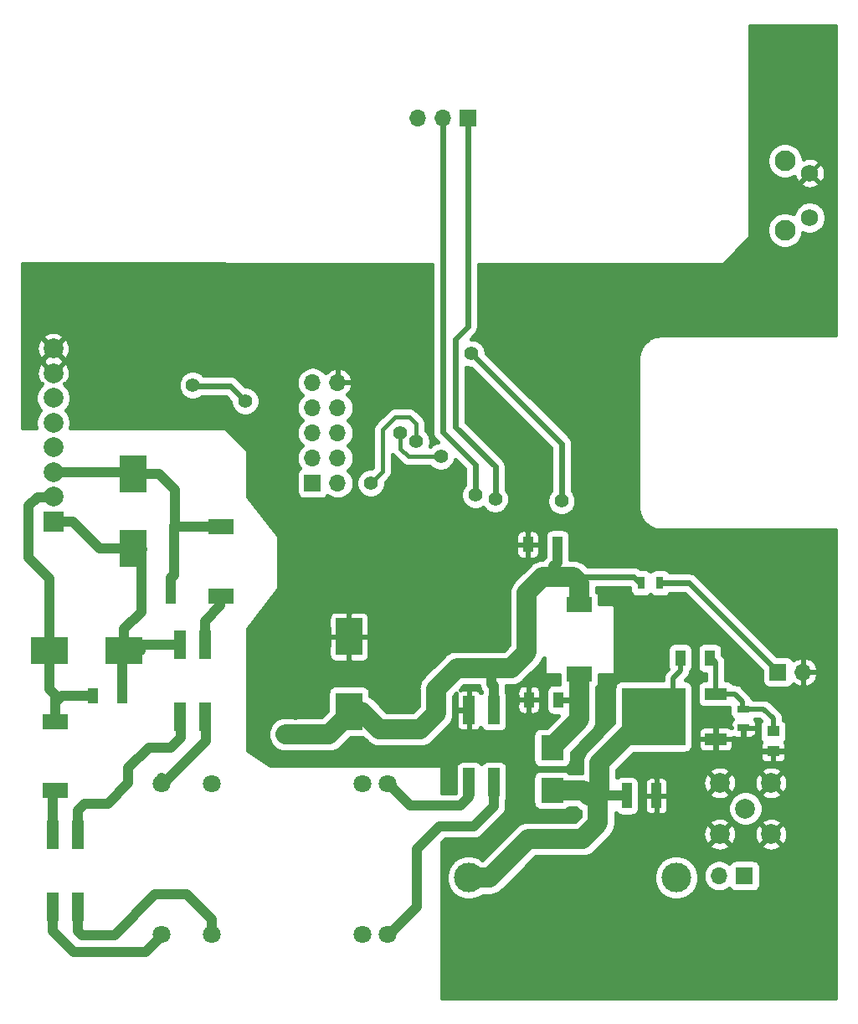
<source format=gbr>
G04 #@! TF.GenerationSoftware,KiCad,Pcbnew,(5.1.2)-1*
G04 #@! TF.CreationDate,2019-12-09T15:18:37+03:00*
G04 #@! TF.ProjectId,controller_board,636f6e74-726f-46c6-9c65-725f626f6172,rev?*
G04 #@! TF.SameCoordinates,Original*
G04 #@! TF.FileFunction,Copper,L1,Top*
G04 #@! TF.FilePolarity,Positive*
%FSLAX46Y46*%
G04 Gerber Fmt 4.6, Leading zero omitted, Abs format (unit mm)*
G04 Created by KiCad (PCBNEW (5.1.2)-1) date 2019-12-09 15:18:37*
%MOMM*%
%LPD*%
G04 APERTURE LIST*
%ADD10C,3.000000*%
%ADD11C,2.000000*%
%ADD12C,1.800000*%
%ADD13O,1.700000X1.700000*%
%ADD14R,1.700000X1.700000*%
%ADD15R,1.000000X2.500000*%
%ADD16R,1.250000X1.000000*%
%ADD17R,2.300000X2.500000*%
%ADD18R,1.300000X0.700000*%
%ADD19R,2.200000X1.200000*%
%ADD20R,6.400000X5.800000*%
%ADD21R,3.050000X2.750000*%
%ADD22R,1.000000X1.600000*%
%ADD23R,2.700000X3.750000*%
%ADD24R,3.750000X2.700000*%
%ADD25R,1.200000X2.850000*%
%ADD26R,2.000000X2.000000*%
%ADD27R,2.500000X1.500000*%
%ADD28C,2.100000*%
%ADD29C,1.750000*%
%ADD30R,0.700000X1.300000*%
%ADD31C,1.400000*%
%ADD32C,6.500000*%
%ADD33C,2.000000*%
%ADD34C,1.000000*%
%ADD35C,0.600000*%
%ADD36C,0.400000*%
%ADD37C,0.500000*%
G04 APERTURE END LIST*
D10*
X183000000Y-127000000D03*
X162000000Y-127000000D03*
D11*
X190000000Y-120000000D03*
X187400000Y-122600000D03*
X187400000Y-117400000D03*
X192600000Y-117400000D03*
X192600000Y-122600000D03*
D12*
X130970000Y-132720000D03*
X136050000Y-132720000D03*
X130970000Y-117480000D03*
X136050000Y-117480000D03*
X151290000Y-132720000D03*
X153830000Y-132720000D03*
X151290000Y-117480000D03*
X153830000Y-117480000D03*
D13*
X148770000Y-76920000D03*
X148770000Y-87080000D03*
X146230000Y-84540000D03*
X148770000Y-84540000D03*
X146230000Y-82000000D03*
X148770000Y-82000000D03*
X146230000Y-79460000D03*
X148770000Y-79460000D03*
X146230000Y-76920000D03*
D14*
X146230000Y-87080000D03*
D15*
X178000000Y-118700000D03*
X181000000Y-118700000D03*
D14*
X161900000Y-50200000D03*
D13*
X159360000Y-50200000D03*
X156820000Y-50200000D03*
D16*
X192800000Y-112200000D03*
X192800000Y-114200000D03*
D17*
X170450000Y-113850000D03*
X170450000Y-118150000D03*
D18*
X189800000Y-111850000D03*
X189800000Y-109950000D03*
D19*
X187000000Y-112980000D03*
X187000000Y-108420000D03*
D20*
X180700000Y-110700000D03*
D21*
X179025000Y-109175000D03*
X182375000Y-112225000D03*
X179025000Y-112225000D03*
X182375000Y-109175000D03*
D22*
X183400000Y-104800000D03*
X186400000Y-104800000D03*
X171100000Y-109000000D03*
X168100000Y-109000000D03*
X171000000Y-93300000D03*
X168000000Y-93300000D03*
D23*
X149900000Y-110175000D03*
X149900000Y-102625000D03*
D22*
X124000000Y-108600000D03*
X127000000Y-108600000D03*
X128900000Y-98500000D03*
X131900000Y-98500000D03*
D24*
X119625000Y-104000000D03*
X127175000Y-104000000D03*
D23*
X128100000Y-93675000D03*
X128100000Y-86125000D03*
D25*
X164550000Y-110050000D03*
X164550000Y-117350000D03*
X162050000Y-110050000D03*
X162050000Y-117350000D03*
X119950000Y-129950000D03*
X119950000Y-122650000D03*
X122450000Y-129950000D03*
X122450000Y-122650000D03*
X132850000Y-110750000D03*
X132850000Y-103450000D03*
X135350000Y-110750000D03*
X135350000Y-103450000D03*
D14*
X189900000Y-126800000D03*
D13*
X187360000Y-126800000D03*
D14*
X193300000Y-106200000D03*
D13*
X195840000Y-106200000D03*
D26*
X120000000Y-91000000D03*
D11*
X120000000Y-88490000D03*
X120000000Y-85990000D03*
X120000000Y-83490000D03*
X120000000Y-80990000D03*
X120000000Y-78490000D03*
X120000000Y-75990000D03*
X120000000Y-73490000D03*
D27*
X173200000Y-106400000D03*
X173200000Y-99400000D03*
X120200000Y-118200000D03*
X120200000Y-111200000D03*
X137000000Y-91500000D03*
X137000000Y-98500000D03*
D28*
X194010000Y-61510000D03*
D29*
X196500000Y-60250000D03*
X196500000Y-55750000D03*
D28*
X194010000Y-54500000D03*
D30*
X181350000Y-97200000D03*
X179450000Y-97200000D03*
D31*
X145500000Y-112500000D03*
X143500000Y-112500000D03*
D32*
X194000000Y-48500000D03*
X194000000Y-131500000D03*
X148000000Y-68500000D03*
X196000000Y-68500000D03*
X148000000Y-95500000D03*
X196000000Y-95500000D03*
D31*
X152200000Y-75700000D03*
X144500000Y-110400000D03*
X144500000Y-108300000D03*
X155200000Y-109600000D03*
X155000000Y-107200000D03*
X142400000Y-99800000D03*
X142000000Y-102000000D03*
X142000000Y-104000000D03*
X142000000Y-106000000D03*
X142000000Y-108000000D03*
X141200000Y-110000000D03*
X141200000Y-112000000D03*
X141200000Y-114000000D03*
X143900000Y-98300000D03*
X143500000Y-115000000D03*
X145500000Y-115000000D03*
X148000000Y-115000000D03*
X150000000Y-114500000D03*
X152000000Y-114500000D03*
X154000000Y-114500000D03*
X156000000Y-115000000D03*
X158000000Y-115000000D03*
X160000000Y-114000000D03*
X162300000Y-113500000D03*
X164600000Y-113500000D03*
X164300000Y-103400000D03*
X152900000Y-93900000D03*
X155000000Y-93900000D03*
X157000000Y-93900000D03*
X160500000Y-94000000D03*
X162800000Y-94700000D03*
X164300000Y-96600000D03*
X164300000Y-98800000D03*
X164300000Y-101000000D03*
X174200000Y-82900000D03*
X166600000Y-82100000D03*
X160200000Y-88000000D03*
X157600000Y-74000000D03*
X172700000Y-75600000D03*
X180400000Y-66300000D03*
X171400000Y-88900000D03*
X162300000Y-74000000D03*
X139400000Y-78800000D03*
X134100000Y-77200000D03*
X164700000Y-88700000D03*
X162700000Y-88300000D03*
X156700000Y-82900000D03*
X152100000Y-87100000D03*
X159200000Y-84400000D03*
X155100000Y-82000000D03*
D33*
X149900000Y-110175000D02*
X149900000Y-110600000D01*
X149900000Y-110175000D02*
X149900000Y-110500000D01*
X147900000Y-112500000D02*
X145500000Y-112500000D01*
X149900000Y-110500000D02*
X147900000Y-112500000D01*
X145500000Y-112500000D02*
X143500000Y-112500000D01*
D34*
X173100000Y-99400000D02*
X173100000Y-99100000D01*
D33*
X173200000Y-97200000D02*
X173200000Y-98800000D01*
X172600000Y-96600000D02*
X173200000Y-97200000D01*
X167900000Y-98200000D02*
X169500000Y-96600000D01*
X167900000Y-104200000D02*
X167900000Y-98200000D01*
X166300000Y-105800000D02*
X167900000Y-104200000D01*
X151175000Y-110175000D02*
X153000000Y-112000000D01*
X153000000Y-112000000D02*
X157100000Y-112000000D01*
X157100000Y-112000000D02*
X158700000Y-110400000D01*
X149900000Y-110175000D02*
X151175000Y-110175000D01*
X158700000Y-110400000D02*
X158700000Y-107900000D01*
X158700000Y-107900000D02*
X160800000Y-105800000D01*
D34*
X164300000Y-107375000D02*
X164300000Y-105800000D01*
X164550000Y-107625000D02*
X164300000Y-107375000D01*
X164550000Y-110050000D02*
X164550000Y-107625000D01*
D33*
X160800000Y-105800000D02*
X164300000Y-105800000D01*
X164300000Y-105800000D02*
X166300000Y-105800000D01*
D34*
X170600000Y-95500000D02*
X170600000Y-96600000D01*
X171000000Y-95100000D02*
X170600000Y-95500000D01*
X171000000Y-93300000D02*
X171000000Y-95100000D01*
D33*
X169500000Y-96600000D02*
X170600000Y-96600000D01*
X170600000Y-96600000D02*
X172600000Y-96600000D01*
D35*
X172600000Y-96600000D02*
X178700000Y-96600000D01*
X178700000Y-96600000D02*
X179300000Y-97200000D01*
X144500000Y-108300000D02*
X144600000Y-108400000D01*
X155200000Y-109600000D02*
X155200000Y-108400000D01*
X155000000Y-107200000D02*
X155200000Y-107400000D01*
X155200000Y-107400000D02*
X155200000Y-108400000D01*
D34*
X153800000Y-117400000D02*
X153700000Y-117400000D01*
X156100000Y-119700000D02*
X153800000Y-117400000D01*
X161200000Y-119700000D02*
X156100000Y-119700000D01*
X162050000Y-117350000D02*
X162050000Y-118850000D01*
X162050000Y-118850000D02*
X161200000Y-119700000D01*
X153900000Y-132800000D02*
X153800000Y-132800000D01*
X164550000Y-117350000D02*
X164550000Y-119750000D01*
X164550000Y-119750000D02*
X162500000Y-121800000D01*
X162500000Y-121800000D02*
X159100000Y-121800000D01*
X159100000Y-121800000D02*
X156800000Y-124100000D01*
X156800000Y-124100000D02*
X156800000Y-129900000D01*
X156800000Y-129900000D02*
X153900000Y-132800000D01*
D35*
X171400000Y-88900000D02*
X171400000Y-83100000D01*
X171400000Y-83100000D02*
X162300000Y-74000000D01*
X172900000Y-109000000D02*
X173200000Y-108700000D01*
X171100000Y-109000000D02*
X172900000Y-109000000D01*
D33*
X173200000Y-108700000D02*
X173200000Y-106900000D01*
X173200000Y-111000000D02*
X173200000Y-108700000D01*
X170450000Y-113750000D02*
X173200000Y-111000000D01*
X170450000Y-113850000D02*
X170450000Y-113750000D01*
D34*
X124000000Y-108600000D02*
X120900000Y-108600000D01*
X120900000Y-108600000D02*
X120200000Y-109300000D01*
X120200000Y-111200000D02*
X120200000Y-109300000D01*
X120200000Y-109300000D02*
X120200000Y-108500000D01*
X119625000Y-107925000D02*
X119625000Y-104000000D01*
X120200000Y-108500000D02*
X119625000Y-107925000D01*
X119625000Y-104000000D02*
X119625000Y-96725000D01*
X119625000Y-96725000D02*
X117500000Y-94600000D01*
X117500000Y-94600000D02*
X117500000Y-89400000D01*
X117500000Y-89400000D02*
X118400000Y-88500000D01*
X118400000Y-88500000D02*
X120000000Y-88500000D01*
X128900000Y-93875000D02*
X129000000Y-93775000D01*
X127175000Y-104000000D02*
X127175000Y-101825000D01*
X128900000Y-100100000D02*
X128900000Y-98500000D01*
X127175000Y-101825000D02*
X128900000Y-100100000D01*
X127175000Y-104000000D02*
X128800000Y-104000000D01*
X127000000Y-108600000D02*
X127000000Y-104175000D01*
X127000000Y-104175000D02*
X127175000Y-104000000D01*
X132850000Y-103450000D02*
X128250000Y-103450000D01*
X128250000Y-103450000D02*
X127400000Y-104300000D01*
X122000000Y-91000000D02*
X124700000Y-93700000D01*
X120000000Y-91000000D02*
X122000000Y-91000000D01*
X124700000Y-93700000D02*
X128200000Y-93700000D01*
X128900000Y-98500000D02*
X128900000Y-94100000D01*
X128900000Y-94100000D02*
X128600000Y-93800000D01*
X128765000Y-85990000D02*
X129000000Y-86225000D01*
X131900000Y-96700000D02*
X132200000Y-96400000D01*
X131900000Y-98500000D02*
X131900000Y-96700000D01*
X132300000Y-91500000D02*
X132200000Y-91400000D01*
X137000000Y-91500000D02*
X132300000Y-91500000D01*
X132200000Y-96400000D02*
X132200000Y-91400000D01*
X120000000Y-85990000D02*
X128390000Y-85990000D01*
X128390000Y-85990000D02*
X128500000Y-86100000D01*
X132300000Y-91500000D02*
X132300000Y-87800000D01*
X132300000Y-87800000D02*
X130700000Y-86200000D01*
X130700000Y-86200000D02*
X128300000Y-86200000D01*
X119950000Y-122650000D02*
X119950000Y-118450000D01*
X119950000Y-118450000D02*
X120200000Y-118200000D01*
X122450000Y-122650000D02*
X122450000Y-121750000D01*
X131850000Y-113850000D02*
X132900000Y-112800000D01*
X129650000Y-113850000D02*
X131850000Y-113850000D01*
X132900000Y-112800000D02*
X132900000Y-110700000D01*
X122450000Y-120225000D02*
X123175000Y-119500000D01*
X122450000Y-122650000D02*
X122450000Y-120225000D01*
X123175000Y-119500000D02*
X125500000Y-119500000D01*
X125500000Y-119500000D02*
X127600000Y-117400000D01*
X127600000Y-117400000D02*
X127600000Y-115900000D01*
X127600000Y-115900000D02*
X129650000Y-113850000D01*
X135350000Y-101025000D02*
X136900000Y-99475000D01*
X135350000Y-103450000D02*
X135350000Y-101025000D01*
X136900000Y-99475000D02*
X136900000Y-98600000D01*
D35*
X181350000Y-97200000D02*
X184300000Y-97200000D01*
X184300000Y-97200000D02*
X193200000Y-106100000D01*
X137900000Y-77300000D02*
X139400000Y-78800000D01*
X134200000Y-77300000D02*
X137900000Y-77300000D01*
D36*
X134100000Y-77200000D02*
X134200000Y-77300000D01*
X164700000Y-88700000D02*
X164400000Y-88400000D01*
D35*
X161900000Y-71300000D02*
X161900000Y-50200000D01*
X160700000Y-72500000D02*
X161900000Y-71300000D01*
X160700000Y-81400000D02*
X160700000Y-72500000D01*
X164700000Y-88700000D02*
X164700000Y-85400000D01*
X164700000Y-85400000D02*
X160700000Y-81400000D01*
X159400000Y-53500000D02*
X159400000Y-53300000D01*
X162700000Y-88300000D02*
X162700000Y-85200000D01*
X162700000Y-85200000D02*
X159400000Y-81900000D01*
X159400000Y-81900000D02*
X159400000Y-53500000D01*
D36*
X162700000Y-88300000D02*
X162700000Y-88300000D01*
D35*
X159400000Y-53500000D02*
X159400000Y-50100000D01*
D36*
X156700000Y-82900000D02*
X156700000Y-81100000D01*
X156700000Y-81100000D02*
X156000000Y-80400000D01*
X156000000Y-80400000D02*
X154600000Y-80400000D01*
X154600000Y-80400000D02*
X153300000Y-81700000D01*
X153300000Y-85900000D02*
X153300000Y-81700000D01*
X152100000Y-87100000D02*
X153300000Y-85900000D01*
X155900000Y-84400000D02*
X159200000Y-84400000D01*
X155100000Y-83600000D02*
X155900000Y-84400000D01*
X155100000Y-82000000D02*
X155100000Y-83600000D01*
D37*
X182200000Y-108600000D02*
X182300000Y-108600000D01*
X183400000Y-106100000D02*
X182700000Y-106800000D01*
X183400000Y-104800000D02*
X183400000Y-106100000D01*
X182700000Y-106800000D02*
X182700000Y-108700000D01*
D33*
X178675000Y-111900000D02*
X179400000Y-111900000D01*
X175225000Y-118700000D02*
X175225000Y-115350000D01*
X175225000Y-115350000D02*
X178675000Y-111900000D01*
D34*
X175100000Y-118700000D02*
X175000000Y-118800000D01*
D33*
X162000000Y-127000000D02*
X164121320Y-127000000D01*
X175100000Y-118700000D02*
X175100000Y-121500000D01*
X173514340Y-123085660D02*
X168035660Y-123085660D01*
X175100000Y-121500000D02*
X173514340Y-123085660D01*
X164121320Y-127000000D02*
X168035660Y-123085660D01*
D34*
X178000000Y-118700000D02*
X175900000Y-118700000D01*
X175900000Y-118700000D02*
X175100000Y-118700000D01*
D33*
X174150000Y-118700000D02*
X175100000Y-118700000D01*
X173600000Y-118150000D02*
X174150000Y-118700000D01*
X170450000Y-118150000D02*
X173600000Y-118150000D01*
D37*
X187000000Y-108420000D02*
X187000000Y-105200000D01*
X187000000Y-105200000D02*
X186500000Y-104700000D01*
X189800000Y-109950000D02*
X191850000Y-109950000D01*
X191850000Y-109950000D02*
X192800000Y-110900000D01*
X192800000Y-110900000D02*
X192800000Y-112200000D01*
X189700000Y-109200000D02*
X189700000Y-109900000D01*
X187000000Y-108420000D02*
X188920000Y-108420000D01*
X188920000Y-108420000D02*
X189700000Y-109200000D01*
D34*
X122450000Y-132375000D02*
X122875000Y-132800000D01*
X122450000Y-129950000D02*
X122450000Y-132375000D01*
X122875000Y-132800000D02*
X126200000Y-132800000D01*
X126200000Y-132800000D02*
X130300000Y-128700000D01*
X130300000Y-128700000D02*
X133500000Y-128700000D01*
X133500000Y-128700000D02*
X136000000Y-131200000D01*
X136000000Y-131200000D02*
X136000000Y-132900000D01*
X119950000Y-132375000D02*
X122075000Y-134500000D01*
X119950000Y-129950000D02*
X119950000Y-132375000D01*
X122075000Y-134500000D02*
X129300000Y-134500000D01*
X129300000Y-134500000D02*
X131000000Y-132800000D01*
X130970000Y-117480000D02*
X130970000Y-116930000D01*
X130970000Y-117480000D02*
X131120000Y-117480000D01*
X131120000Y-117480000D02*
X135400000Y-113200000D01*
X135400000Y-113200000D02*
X135400000Y-110500000D01*
D36*
G36*
X199125000Y-72125000D02*
G01*
X181457021Y-72125000D01*
X181419430Y-72128702D01*
X181410227Y-72128638D01*
X181398068Y-72129830D01*
X181106922Y-72160430D01*
X181029243Y-72176375D01*
X180951334Y-72191237D01*
X180939638Y-72194768D01*
X180659982Y-72281336D01*
X180586856Y-72312075D01*
X180513341Y-72341777D01*
X180502554Y-72347513D01*
X180245038Y-72486752D01*
X180179289Y-72531101D01*
X180112933Y-72574523D01*
X180103466Y-72582244D01*
X179877898Y-72768850D01*
X179822037Y-72825102D01*
X179765355Y-72880609D01*
X179757568Y-72890023D01*
X179572542Y-73116887D01*
X179528652Y-73182947D01*
X179483850Y-73248378D01*
X179478039Y-73259125D01*
X179340602Y-73517606D01*
X179310383Y-73590921D01*
X179279139Y-73663819D01*
X179275530Y-73675480D01*
X179275526Y-73675490D01*
X179275524Y-73675500D01*
X179190913Y-73955744D01*
X179175508Y-74033542D01*
X179159020Y-74111114D01*
X179157743Y-74123264D01*
X179129176Y-74414616D01*
X179129176Y-74414622D01*
X179125000Y-74457022D01*
X179125001Y-89542979D01*
X179128702Y-89580560D01*
X179128638Y-89589774D01*
X179129830Y-89601933D01*
X179160430Y-89893078D01*
X179176375Y-89970757D01*
X179191237Y-90048666D01*
X179194768Y-90060362D01*
X179281336Y-90340017D01*
X179312070Y-90413130D01*
X179341777Y-90486659D01*
X179347513Y-90497446D01*
X179486752Y-90754962D01*
X179531116Y-90820734D01*
X179574523Y-90887067D01*
X179582245Y-90896535D01*
X179768850Y-91122102D01*
X179825102Y-91177963D01*
X179880609Y-91234645D01*
X179890023Y-91242432D01*
X180116887Y-91427458D01*
X180182947Y-91471348D01*
X180248378Y-91516150D01*
X180259125Y-91521961D01*
X180517606Y-91659398D01*
X180590910Y-91689612D01*
X180663819Y-91720861D01*
X180675484Y-91724471D01*
X180675491Y-91724474D01*
X180675498Y-91724475D01*
X180955745Y-91809087D01*
X181033527Y-91824489D01*
X181111113Y-91840980D01*
X181123260Y-91842257D01*
X181123264Y-91842257D01*
X181414616Y-91870824D01*
X181414621Y-91870824D01*
X181457021Y-91875000D01*
X199125000Y-91875000D01*
X199125001Y-139125000D01*
X159300000Y-139125000D01*
X159300000Y-126773470D01*
X159700000Y-126773470D01*
X159700000Y-127226530D01*
X159788387Y-127670885D01*
X159961766Y-128089459D01*
X160213473Y-128466165D01*
X160533835Y-128786527D01*
X160910541Y-129038234D01*
X161329115Y-129211613D01*
X161773470Y-129300000D01*
X162226530Y-129300000D01*
X162670885Y-129211613D01*
X163089459Y-129038234D01*
X163446001Y-128800000D01*
X164032904Y-128800000D01*
X164121320Y-128808708D01*
X164209736Y-128800000D01*
X164209744Y-128800000D01*
X164474182Y-128773955D01*
X164813483Y-128671029D01*
X165126185Y-128503887D01*
X165400270Y-128278950D01*
X165456641Y-128210262D01*
X166893433Y-126773470D01*
X180700000Y-126773470D01*
X180700000Y-127226530D01*
X180788387Y-127670885D01*
X180961766Y-128089459D01*
X181213473Y-128466165D01*
X181533835Y-128786527D01*
X181910541Y-129038234D01*
X182329115Y-129211613D01*
X182773470Y-129300000D01*
X183226530Y-129300000D01*
X183670885Y-129211613D01*
X184089459Y-129038234D01*
X184466165Y-128786527D01*
X184786527Y-128466165D01*
X185038234Y-128089459D01*
X185211613Y-127670885D01*
X185300000Y-127226530D01*
X185300000Y-126800000D01*
X185702017Y-126800000D01*
X185733875Y-127123456D01*
X185828223Y-127434483D01*
X185981438Y-127721126D01*
X186187629Y-127972371D01*
X186438874Y-128178562D01*
X186725517Y-128331777D01*
X187036544Y-128426125D01*
X187278948Y-128450000D01*
X187441052Y-128450000D01*
X187683456Y-128426125D01*
X187994483Y-128331777D01*
X188281126Y-128178562D01*
X188381419Y-128096254D01*
X188381607Y-128096606D01*
X188481578Y-128218422D01*
X188603394Y-128318393D01*
X188742372Y-128392679D01*
X188893173Y-128438424D01*
X189050000Y-128453870D01*
X190750000Y-128453870D01*
X190906827Y-128438424D01*
X191057628Y-128392679D01*
X191196606Y-128318393D01*
X191318422Y-128218422D01*
X191418393Y-128096606D01*
X191492679Y-127957628D01*
X191538424Y-127806827D01*
X191553870Y-127650000D01*
X191553870Y-125950000D01*
X191538424Y-125793173D01*
X191492679Y-125642372D01*
X191418393Y-125503394D01*
X191318422Y-125381578D01*
X191196606Y-125281607D01*
X191057628Y-125207321D01*
X190906827Y-125161576D01*
X190750000Y-125146130D01*
X189050000Y-125146130D01*
X188893173Y-125161576D01*
X188742372Y-125207321D01*
X188603394Y-125281607D01*
X188481578Y-125381578D01*
X188381607Y-125503394D01*
X188381419Y-125503746D01*
X188281126Y-125421438D01*
X187994483Y-125268223D01*
X187683456Y-125173875D01*
X187441052Y-125150000D01*
X187278948Y-125150000D01*
X187036544Y-125173875D01*
X186725517Y-125268223D01*
X186438874Y-125421438D01*
X186187629Y-125627629D01*
X185981438Y-125878874D01*
X185828223Y-126165517D01*
X185733875Y-126476544D01*
X185702017Y-126800000D01*
X185300000Y-126800000D01*
X185300000Y-126773470D01*
X185211613Y-126329115D01*
X185038234Y-125910541D01*
X184786527Y-125533835D01*
X184466165Y-125213473D01*
X184089459Y-124961766D01*
X183670885Y-124788387D01*
X183226530Y-124700000D01*
X182773470Y-124700000D01*
X182329115Y-124788387D01*
X181910541Y-124961766D01*
X181533835Y-125213473D01*
X181213473Y-125533835D01*
X180961766Y-125910541D01*
X180788387Y-126329115D01*
X180700000Y-126773470D01*
X166893433Y-126773470D01*
X168781244Y-124885660D01*
X173425924Y-124885660D01*
X173514340Y-124894368D01*
X173602756Y-124885660D01*
X173602764Y-124885660D01*
X173867202Y-124859615D01*
X174206503Y-124756689D01*
X174519205Y-124589547D01*
X174793290Y-124364610D01*
X174849661Y-124295922D01*
X175419645Y-123725938D01*
X186350429Y-123725938D01*
X186435392Y-124019539D01*
X186730865Y-124180449D01*
X187052053Y-124280623D01*
X187386612Y-124316212D01*
X187721686Y-124285847D01*
X188044397Y-124190697D01*
X188342345Y-124034416D01*
X188364608Y-124019539D01*
X188449571Y-123725938D01*
X191550429Y-123725938D01*
X191635392Y-124019539D01*
X191930865Y-124180449D01*
X192252053Y-124280623D01*
X192586612Y-124316212D01*
X192921686Y-124285847D01*
X193244397Y-124190697D01*
X193542345Y-124034416D01*
X193564608Y-124019539D01*
X193649571Y-123725938D01*
X192600000Y-122676368D01*
X191550429Y-123725938D01*
X188449571Y-123725938D01*
X187400000Y-122676368D01*
X186350429Y-123725938D01*
X175419645Y-123725938D01*
X176310267Y-122835317D01*
X176378950Y-122778950D01*
X176536798Y-122586612D01*
X185683788Y-122586612D01*
X185714153Y-122921686D01*
X185809303Y-123244397D01*
X185965584Y-123542345D01*
X185980461Y-123564608D01*
X186274062Y-123649571D01*
X187323632Y-122600000D01*
X187476368Y-122600000D01*
X188525938Y-123649571D01*
X188819539Y-123564608D01*
X188980449Y-123269135D01*
X189080623Y-122947947D01*
X189116212Y-122613388D01*
X189113786Y-122586612D01*
X190883788Y-122586612D01*
X190914153Y-122921686D01*
X191009303Y-123244397D01*
X191165584Y-123542345D01*
X191180461Y-123564608D01*
X191474062Y-123649571D01*
X192523632Y-122600000D01*
X192676368Y-122600000D01*
X193725938Y-123649571D01*
X194019539Y-123564608D01*
X194180449Y-123269135D01*
X194280623Y-122947947D01*
X194316212Y-122613388D01*
X194285847Y-122278314D01*
X194190697Y-121955603D01*
X194034416Y-121657655D01*
X194019539Y-121635392D01*
X193725938Y-121550429D01*
X192676368Y-122600000D01*
X192523632Y-122600000D01*
X191474062Y-121550429D01*
X191180461Y-121635392D01*
X191019551Y-121930865D01*
X190919377Y-122252053D01*
X190883788Y-122586612D01*
X189113786Y-122586612D01*
X189085847Y-122278314D01*
X188990697Y-121955603D01*
X188834416Y-121657655D01*
X188819539Y-121635392D01*
X188525938Y-121550429D01*
X187476368Y-122600000D01*
X187323632Y-122600000D01*
X186274062Y-121550429D01*
X185980461Y-121635392D01*
X185819551Y-121930865D01*
X185719377Y-122252053D01*
X185683788Y-122586612D01*
X176536798Y-122586612D01*
X176603887Y-122504865D01*
X176771029Y-122192163D01*
X176873955Y-121852862D01*
X176900000Y-121588424D01*
X176900000Y-121588416D01*
X176908708Y-121500000D01*
X176906154Y-121474062D01*
X186350429Y-121474062D01*
X187400000Y-122523632D01*
X188449571Y-121474062D01*
X188364608Y-121180461D01*
X188069135Y-121019551D01*
X187747947Y-120919377D01*
X187413388Y-120883788D01*
X187078314Y-120914153D01*
X186755603Y-121009303D01*
X186457655Y-121165584D01*
X186435392Y-121180461D01*
X186350429Y-121474062D01*
X176906154Y-121474062D01*
X176900000Y-121411584D01*
X176900000Y-120479944D01*
X176931578Y-120518422D01*
X177053394Y-120618393D01*
X177192372Y-120692679D01*
X177343173Y-120738424D01*
X177500000Y-120753870D01*
X178500000Y-120753870D01*
X178656827Y-120738424D01*
X178807628Y-120692679D01*
X178946606Y-120618393D01*
X179068422Y-120518422D01*
X179168393Y-120396606D01*
X179242679Y-120257628D01*
X179288424Y-120106827D01*
X179303870Y-119950000D01*
X179788574Y-119950000D01*
X179802244Y-120088792D01*
X179842728Y-120222251D01*
X179908471Y-120345247D01*
X179996946Y-120453054D01*
X180104753Y-120541529D01*
X180227749Y-120607272D01*
X180361208Y-120647756D01*
X180500000Y-120661426D01*
X180769000Y-120658000D01*
X180946000Y-120481000D01*
X180946000Y-118754000D01*
X181054000Y-118754000D01*
X181054000Y-120481000D01*
X181231000Y-120658000D01*
X181500000Y-120661426D01*
X181638792Y-120647756D01*
X181772251Y-120607272D01*
X181895247Y-120541529D01*
X182003054Y-120453054D01*
X182091529Y-120345247D01*
X182157272Y-120222251D01*
X182197756Y-120088792D01*
X182211426Y-119950000D01*
X182210999Y-119822716D01*
X188200000Y-119822716D01*
X188200000Y-120177284D01*
X188269173Y-120525041D01*
X188404861Y-120852620D01*
X188601849Y-121147433D01*
X188852567Y-121398151D01*
X189147380Y-121595139D01*
X189474959Y-121730827D01*
X189822716Y-121800000D01*
X190177284Y-121800000D01*
X190525041Y-121730827D01*
X190852620Y-121595139D01*
X191033824Y-121474062D01*
X191550429Y-121474062D01*
X192600000Y-122523632D01*
X193649571Y-121474062D01*
X193564608Y-121180461D01*
X193269135Y-121019551D01*
X192947947Y-120919377D01*
X192613388Y-120883788D01*
X192278314Y-120914153D01*
X191955603Y-121009303D01*
X191657655Y-121165584D01*
X191635392Y-121180461D01*
X191550429Y-121474062D01*
X191033824Y-121474062D01*
X191147433Y-121398151D01*
X191398151Y-121147433D01*
X191595139Y-120852620D01*
X191730827Y-120525041D01*
X191800000Y-120177284D01*
X191800000Y-119822716D01*
X191730827Y-119474959D01*
X191595139Y-119147380D01*
X191398151Y-118852567D01*
X191147433Y-118601849D01*
X191033825Y-118525938D01*
X191550429Y-118525938D01*
X191635392Y-118819539D01*
X191930865Y-118980449D01*
X192252053Y-119080623D01*
X192586612Y-119116212D01*
X192921686Y-119085847D01*
X193244397Y-118990697D01*
X193542345Y-118834416D01*
X193564608Y-118819539D01*
X193649571Y-118525938D01*
X192600000Y-117476368D01*
X191550429Y-118525938D01*
X191033825Y-118525938D01*
X190852620Y-118404861D01*
X190525041Y-118269173D01*
X190177284Y-118200000D01*
X189822716Y-118200000D01*
X189474959Y-118269173D01*
X189147380Y-118404861D01*
X188852567Y-118601849D01*
X188601849Y-118852567D01*
X188404861Y-119147380D01*
X188269173Y-119474959D01*
X188200000Y-119822716D01*
X182210999Y-119822716D01*
X182208000Y-118931000D01*
X182031000Y-118754000D01*
X181054000Y-118754000D01*
X180946000Y-118754000D01*
X179969000Y-118754000D01*
X179792000Y-118931000D01*
X179788574Y-119950000D01*
X179303870Y-119950000D01*
X179303870Y-118724571D01*
X179306290Y-118700000D01*
X179303870Y-118675429D01*
X179303870Y-117450000D01*
X179788574Y-117450000D01*
X179792000Y-118469000D01*
X179969000Y-118646000D01*
X180946000Y-118646000D01*
X180946000Y-116919000D01*
X181054000Y-116919000D01*
X181054000Y-118646000D01*
X182031000Y-118646000D01*
X182151062Y-118525938D01*
X186350429Y-118525938D01*
X186435392Y-118819539D01*
X186730865Y-118980449D01*
X187052053Y-119080623D01*
X187386612Y-119116212D01*
X187721686Y-119085847D01*
X188044397Y-118990697D01*
X188342345Y-118834416D01*
X188364608Y-118819539D01*
X188449571Y-118525938D01*
X187400000Y-117476368D01*
X186350429Y-118525938D01*
X182151062Y-118525938D01*
X182208000Y-118469000D01*
X182211426Y-117450000D01*
X182205183Y-117386612D01*
X185683788Y-117386612D01*
X185714153Y-117721686D01*
X185809303Y-118044397D01*
X185965584Y-118342345D01*
X185980461Y-118364608D01*
X186274062Y-118449571D01*
X187323632Y-117400000D01*
X187476368Y-117400000D01*
X188525938Y-118449571D01*
X188819539Y-118364608D01*
X188980449Y-118069135D01*
X189080623Y-117747947D01*
X189116212Y-117413388D01*
X189113786Y-117386612D01*
X190883788Y-117386612D01*
X190914153Y-117721686D01*
X191009303Y-118044397D01*
X191165584Y-118342345D01*
X191180461Y-118364608D01*
X191474062Y-118449571D01*
X192523632Y-117400000D01*
X192676368Y-117400000D01*
X193725938Y-118449571D01*
X194019539Y-118364608D01*
X194180449Y-118069135D01*
X194280623Y-117747947D01*
X194316212Y-117413388D01*
X194285847Y-117078314D01*
X194190697Y-116755603D01*
X194034416Y-116457655D01*
X194019539Y-116435392D01*
X193725938Y-116350429D01*
X192676368Y-117400000D01*
X192523632Y-117400000D01*
X191474062Y-116350429D01*
X191180461Y-116435392D01*
X191019551Y-116730865D01*
X190919377Y-117052053D01*
X190883788Y-117386612D01*
X189113786Y-117386612D01*
X189085847Y-117078314D01*
X188990697Y-116755603D01*
X188834416Y-116457655D01*
X188819539Y-116435392D01*
X188525938Y-116350429D01*
X187476368Y-117400000D01*
X187323632Y-117400000D01*
X186274062Y-116350429D01*
X185980461Y-116435392D01*
X185819551Y-116730865D01*
X185719377Y-117052053D01*
X185683788Y-117386612D01*
X182205183Y-117386612D01*
X182197756Y-117311208D01*
X182157272Y-117177749D01*
X182091529Y-117054753D01*
X182003054Y-116946946D01*
X181895247Y-116858471D01*
X181772251Y-116792728D01*
X181638792Y-116752244D01*
X181500000Y-116738574D01*
X181231000Y-116742000D01*
X181054000Y-116919000D01*
X180946000Y-116919000D01*
X180769000Y-116742000D01*
X180500000Y-116738574D01*
X180361208Y-116752244D01*
X180227749Y-116792728D01*
X180104753Y-116858471D01*
X179996946Y-116946946D01*
X179908471Y-117054753D01*
X179842728Y-117177749D01*
X179802244Y-117311208D01*
X179788574Y-117450000D01*
X179303870Y-117450000D01*
X179288424Y-117293173D01*
X179242679Y-117142372D01*
X179168393Y-117003394D01*
X179068422Y-116881578D01*
X178946606Y-116781607D01*
X178807628Y-116707321D01*
X178656827Y-116661576D01*
X178500000Y-116646130D01*
X177500000Y-116646130D01*
X177343173Y-116661576D01*
X177192372Y-116707321D01*
X177053394Y-116781607D01*
X177025000Y-116804909D01*
X177025000Y-116274062D01*
X186350429Y-116274062D01*
X187400000Y-117323632D01*
X188449571Y-116274062D01*
X191550429Y-116274062D01*
X192600000Y-117323632D01*
X193649571Y-116274062D01*
X193564608Y-115980461D01*
X193269135Y-115819551D01*
X192947947Y-115719377D01*
X192613388Y-115683788D01*
X192278314Y-115714153D01*
X191955603Y-115809303D01*
X191657655Y-115965584D01*
X191635392Y-115980461D01*
X191550429Y-116274062D01*
X188449571Y-116274062D01*
X188364608Y-115980461D01*
X188069135Y-115819551D01*
X187747947Y-115719377D01*
X187413388Y-115683788D01*
X187078314Y-115714153D01*
X186755603Y-115809303D01*
X186457655Y-115965584D01*
X186435392Y-115980461D01*
X186350429Y-116274062D01*
X177025000Y-116274062D01*
X177025000Y-116095583D01*
X178420583Y-114700000D01*
X191463574Y-114700000D01*
X191477244Y-114838792D01*
X191517728Y-114972251D01*
X191583471Y-115095247D01*
X191671946Y-115203054D01*
X191779753Y-115291529D01*
X191902749Y-115357272D01*
X192036208Y-115397756D01*
X192175000Y-115411426D01*
X192569000Y-115408000D01*
X192746000Y-115231000D01*
X192746000Y-114254000D01*
X192854000Y-114254000D01*
X192854000Y-115231000D01*
X193031000Y-115408000D01*
X193425000Y-115411426D01*
X193563792Y-115397756D01*
X193697251Y-115357272D01*
X193820247Y-115291529D01*
X193928054Y-115203054D01*
X194016529Y-115095247D01*
X194082272Y-114972251D01*
X194122756Y-114838792D01*
X194136426Y-114700000D01*
X194133000Y-114431000D01*
X193956000Y-114254000D01*
X192854000Y-114254000D01*
X192746000Y-114254000D01*
X191644000Y-114254000D01*
X191467000Y-114431000D01*
X191463574Y-114700000D01*
X178420583Y-114700000D01*
X178716714Y-114403870D01*
X183900000Y-114403870D01*
X184056827Y-114388424D01*
X184207628Y-114342679D01*
X184346606Y-114268393D01*
X184468422Y-114168422D01*
X184568393Y-114046606D01*
X184642679Y-113907628D01*
X184688424Y-113756827D01*
X184703870Y-113600000D01*
X184703870Y-113580000D01*
X185188574Y-113580000D01*
X185202244Y-113718792D01*
X185242728Y-113852251D01*
X185308471Y-113975247D01*
X185396946Y-114083054D01*
X185504753Y-114171529D01*
X185627749Y-114237272D01*
X185761208Y-114277756D01*
X185900000Y-114291426D01*
X186769000Y-114288000D01*
X186946000Y-114111000D01*
X186946000Y-113034000D01*
X187054000Y-113034000D01*
X187054000Y-114111000D01*
X187231000Y-114288000D01*
X188100000Y-114291426D01*
X188238792Y-114277756D01*
X188372251Y-114237272D01*
X188495247Y-114171529D01*
X188603054Y-114083054D01*
X188691529Y-113975247D01*
X188757272Y-113852251D01*
X188797756Y-113718792D01*
X188811426Y-113580000D01*
X188808000Y-113211000D01*
X188631000Y-113034000D01*
X187054000Y-113034000D01*
X186946000Y-113034000D01*
X185369000Y-113034000D01*
X185192000Y-113211000D01*
X185188574Y-113580000D01*
X184703870Y-113580000D01*
X184703870Y-112380000D01*
X185188574Y-112380000D01*
X185192000Y-112749000D01*
X185369000Y-112926000D01*
X186946000Y-112926000D01*
X186946000Y-111849000D01*
X186769000Y-111672000D01*
X185900000Y-111668574D01*
X185761208Y-111682244D01*
X185627749Y-111722728D01*
X185504753Y-111788471D01*
X185396946Y-111876946D01*
X185308471Y-111984753D01*
X185242728Y-112107749D01*
X185202244Y-112241208D01*
X185188574Y-112380000D01*
X184703870Y-112380000D01*
X184703870Y-107800000D01*
X184688424Y-107643173D01*
X184642679Y-107492372D01*
X184568393Y-107353394D01*
X184468422Y-107231578D01*
X184346606Y-107131607D01*
X184207628Y-107057321D01*
X184056827Y-107011576D01*
X183980832Y-107004091D01*
X184105986Y-106878937D01*
X184146054Y-106846054D01*
X184277267Y-106686171D01*
X184374767Y-106503762D01*
X184434807Y-106305836D01*
X184446575Y-106186351D01*
X184468422Y-106168422D01*
X184568393Y-106046606D01*
X184642679Y-105907628D01*
X184688424Y-105756827D01*
X184703870Y-105600000D01*
X184703870Y-104000000D01*
X185096130Y-104000000D01*
X185096130Y-105600000D01*
X185111576Y-105756827D01*
X185157321Y-105907628D01*
X185231607Y-106046606D01*
X185331578Y-106168422D01*
X185453394Y-106268393D01*
X185592372Y-106342679D01*
X185743173Y-106388424D01*
X185900000Y-106403870D01*
X185950001Y-106403870D01*
X185950000Y-107016130D01*
X185900000Y-107016130D01*
X185743173Y-107031576D01*
X185592372Y-107077321D01*
X185453394Y-107151607D01*
X185331578Y-107251578D01*
X185231607Y-107373394D01*
X185157321Y-107512372D01*
X185111576Y-107663173D01*
X185096130Y-107820000D01*
X185096130Y-109020000D01*
X185111576Y-109176827D01*
X185157321Y-109327628D01*
X185231607Y-109466606D01*
X185331578Y-109588422D01*
X185453394Y-109688393D01*
X185592372Y-109762679D01*
X185743173Y-109808424D01*
X185900000Y-109823870D01*
X188100000Y-109823870D01*
X188256827Y-109808424D01*
X188346130Y-109781334D01*
X188346130Y-110300000D01*
X188361576Y-110456827D01*
X188407321Y-110607628D01*
X188481607Y-110746606D01*
X188581578Y-110868422D01*
X188692566Y-110959507D01*
X188646946Y-110996946D01*
X188558471Y-111104753D01*
X188492728Y-111227749D01*
X188452244Y-111361208D01*
X188438574Y-111500000D01*
X188442000Y-111619000D01*
X188618998Y-111795998D01*
X188504419Y-111795998D01*
X188495247Y-111788471D01*
X188372251Y-111722728D01*
X188238792Y-111682244D01*
X188100000Y-111668574D01*
X187231000Y-111672000D01*
X187054000Y-111849000D01*
X187054000Y-112926000D01*
X188631000Y-112926000D01*
X188761738Y-112795262D01*
X188877749Y-112857272D01*
X189011208Y-112897756D01*
X189150000Y-112911426D01*
X189569000Y-112908000D01*
X189746000Y-112731000D01*
X189746000Y-111904000D01*
X189854000Y-111904000D01*
X189854000Y-112731000D01*
X190031000Y-112908000D01*
X190450000Y-112911426D01*
X190588792Y-112897756D01*
X190722251Y-112857272D01*
X190845247Y-112791529D01*
X190953054Y-112703054D01*
X191041529Y-112595247D01*
X191107272Y-112472251D01*
X191147756Y-112338792D01*
X191161426Y-112200000D01*
X191158000Y-112081000D01*
X190981000Y-111904000D01*
X189854000Y-111904000D01*
X189746000Y-111904000D01*
X189726000Y-111904000D01*
X189726000Y-111796000D01*
X189746000Y-111796000D01*
X189746000Y-111776000D01*
X189854000Y-111776000D01*
X189854000Y-111796000D01*
X190981000Y-111796000D01*
X191158000Y-111619000D01*
X191161426Y-111500000D01*
X191147756Y-111361208D01*
X191107272Y-111227749D01*
X191041529Y-111104753D01*
X190955560Y-111000000D01*
X191415077Y-111000000D01*
X191579567Y-111164491D01*
X191506607Y-111253394D01*
X191432321Y-111392372D01*
X191386576Y-111543173D01*
X191371130Y-111700000D01*
X191371130Y-112700000D01*
X191386576Y-112856827D01*
X191432321Y-113007628D01*
X191506607Y-113146606D01*
X191606578Y-113268422D01*
X191610587Y-113271712D01*
X191583471Y-113304753D01*
X191517728Y-113427749D01*
X191477244Y-113561208D01*
X191463574Y-113700000D01*
X191467000Y-113969000D01*
X191644000Y-114146000D01*
X192746000Y-114146000D01*
X192746000Y-114126000D01*
X192854000Y-114126000D01*
X192854000Y-114146000D01*
X193956000Y-114146000D01*
X194133000Y-113969000D01*
X194136426Y-113700000D01*
X194122756Y-113561208D01*
X194082272Y-113427749D01*
X194016529Y-113304753D01*
X193989413Y-113271712D01*
X193993422Y-113268422D01*
X194093393Y-113146606D01*
X194167679Y-113007628D01*
X194213424Y-112856827D01*
X194228870Y-112700000D01*
X194228870Y-111700000D01*
X194213424Y-111543173D01*
X194167679Y-111392372D01*
X194093393Y-111253394D01*
X193993422Y-111131578D01*
X193871606Y-111031607D01*
X193850000Y-111020058D01*
X193850000Y-110951571D01*
X193855079Y-110900000D01*
X193850000Y-110848429D01*
X193850000Y-110848422D01*
X193834807Y-110694164D01*
X193774767Y-110496238D01*
X193677267Y-110313829D01*
X193546054Y-110153946D01*
X193505991Y-110121067D01*
X192628937Y-109244014D01*
X192596054Y-109203946D01*
X192436171Y-109072733D01*
X192253762Y-108975233D01*
X192055836Y-108915193D01*
X191901578Y-108900000D01*
X191901568Y-108900000D01*
X191850000Y-108894921D01*
X191798432Y-108900000D01*
X190837474Y-108900000D01*
X190757628Y-108857321D01*
X190686777Y-108835828D01*
X190674767Y-108796238D01*
X190577267Y-108613829D01*
X190446054Y-108453946D01*
X190405991Y-108421067D01*
X189698937Y-107714014D01*
X189666054Y-107673946D01*
X189506171Y-107542733D01*
X189323762Y-107445233D01*
X189125836Y-107385193D01*
X188971578Y-107370000D01*
X188971568Y-107370000D01*
X188920000Y-107364921D01*
X188868432Y-107370000D01*
X188765608Y-107370000D01*
X188668422Y-107251578D01*
X188546606Y-107151607D01*
X188407628Y-107077321D01*
X188256827Y-107031576D01*
X188100000Y-107016130D01*
X188050000Y-107016130D01*
X188050000Y-105251571D01*
X188055079Y-105200000D01*
X188050000Y-105148429D01*
X188050000Y-105148422D01*
X188034807Y-104994164D01*
X187974767Y-104796238D01*
X187877267Y-104613829D01*
X187746054Y-104453946D01*
X187705986Y-104421063D01*
X187703870Y-104418947D01*
X187703870Y-104000000D01*
X187688424Y-103843173D01*
X187642679Y-103692372D01*
X187568393Y-103553394D01*
X187468422Y-103431578D01*
X187346606Y-103331607D01*
X187207628Y-103257321D01*
X187056827Y-103211576D01*
X186900000Y-103196130D01*
X185900000Y-103196130D01*
X185743173Y-103211576D01*
X185592372Y-103257321D01*
X185453394Y-103331607D01*
X185331578Y-103431578D01*
X185231607Y-103553394D01*
X185157321Y-103692372D01*
X185111576Y-103843173D01*
X185096130Y-104000000D01*
X184703870Y-104000000D01*
X184688424Y-103843173D01*
X184642679Y-103692372D01*
X184568393Y-103553394D01*
X184468422Y-103431578D01*
X184346606Y-103331607D01*
X184207628Y-103257321D01*
X184056827Y-103211576D01*
X183900000Y-103196130D01*
X182900000Y-103196130D01*
X182743173Y-103211576D01*
X182592372Y-103257321D01*
X182453394Y-103331607D01*
X182331578Y-103431578D01*
X182231607Y-103553394D01*
X182157321Y-103692372D01*
X182111576Y-103843173D01*
X182096130Y-104000000D01*
X182096130Y-105600000D01*
X182111576Y-105756827D01*
X182145714Y-105869363D01*
X181994014Y-106021063D01*
X181953946Y-106053946D01*
X181822733Y-106213829D01*
X181725233Y-106396239D01*
X181665193Y-106594165D01*
X181650000Y-106748423D01*
X181650000Y-106748432D01*
X181644921Y-106800000D01*
X181650000Y-106851568D01*
X181650000Y-106996130D01*
X177500000Y-106996130D01*
X177343173Y-107011576D01*
X177192372Y-107057321D01*
X177053394Y-107131607D01*
X176931578Y-107231578D01*
X176831607Y-107353394D01*
X176757321Y-107492372D01*
X176711576Y-107643173D01*
X176696130Y-107800000D01*
X176696130Y-111333286D01*
X174014734Y-114014683D01*
X173946051Y-114071050D01*
X173721114Y-114345135D01*
X173669252Y-114442162D01*
X173553971Y-114657838D01*
X173451045Y-114997139D01*
X173416292Y-115350000D01*
X173425001Y-115438425D01*
X173425001Y-116350000D01*
X172183540Y-116350000D01*
X172168422Y-116331578D01*
X172046606Y-116231607D01*
X171907628Y-116157321D01*
X171756827Y-116111576D01*
X171600000Y-116096130D01*
X169300000Y-116096130D01*
X169143173Y-116111576D01*
X168992372Y-116157321D01*
X168853394Y-116231607D01*
X168731578Y-116331578D01*
X168631607Y-116453394D01*
X168557321Y-116592372D01*
X168511576Y-116743173D01*
X168496130Y-116900000D01*
X168496130Y-119400000D01*
X168511576Y-119556827D01*
X168557321Y-119707628D01*
X168631607Y-119846606D01*
X168731578Y-119968422D01*
X168853394Y-120068393D01*
X168992372Y-120142679D01*
X169143173Y-120188424D01*
X169300000Y-120203870D01*
X171600000Y-120203870D01*
X171756827Y-120188424D01*
X171907628Y-120142679D01*
X172046606Y-120068393D01*
X172168422Y-119968422D01*
X172183540Y-119950000D01*
X172847291Y-119950000D01*
X172871050Y-119978950D01*
X173145135Y-120203887D01*
X173300001Y-120286664D01*
X173300001Y-120754416D01*
X172768757Y-121285660D01*
X168124076Y-121285660D01*
X168035660Y-121276952D01*
X167947244Y-121285660D01*
X167947236Y-121285660D01*
X167682798Y-121311705D01*
X167343497Y-121414631D01*
X167030795Y-121581773D01*
X166756710Y-121806710D01*
X166700343Y-121875393D01*
X163403881Y-125171856D01*
X163089459Y-124961766D01*
X162670885Y-124788387D01*
X162226530Y-124700000D01*
X161773470Y-124700000D01*
X161329115Y-124788387D01*
X160910541Y-124961766D01*
X160533835Y-125213473D01*
X160213473Y-125533835D01*
X159961766Y-125910541D01*
X159788387Y-126329115D01*
X159700000Y-126773470D01*
X159300000Y-126773470D01*
X159300000Y-123438478D01*
X159638478Y-123100000D01*
X162436139Y-123100000D01*
X162500000Y-123106290D01*
X162563861Y-123100000D01*
X162563864Y-123100000D01*
X162754845Y-123081190D01*
X162999896Y-123006855D01*
X163225736Y-122886140D01*
X163423687Y-122723687D01*
X163464403Y-122674074D01*
X165424079Y-120714399D01*
X165473687Y-120673687D01*
X165636140Y-120475736D01*
X165756855Y-120249896D01*
X165831190Y-120004845D01*
X165850000Y-119813864D01*
X165850000Y-119813861D01*
X165856290Y-119750000D01*
X165850000Y-119686139D01*
X165850000Y-119162474D01*
X165892679Y-119082628D01*
X165938424Y-118931827D01*
X165953870Y-118775000D01*
X165953870Y-115925000D01*
X165938424Y-115768173D01*
X165892679Y-115617372D01*
X165818393Y-115478394D01*
X165718422Y-115356578D01*
X165596606Y-115256607D01*
X165457628Y-115182321D01*
X165306827Y-115136576D01*
X165150000Y-115121130D01*
X163950000Y-115121130D01*
X163793173Y-115136576D01*
X163642372Y-115182321D01*
X163503394Y-115256607D01*
X163381578Y-115356578D01*
X163300000Y-115455982D01*
X163218422Y-115356578D01*
X163096606Y-115256607D01*
X162957628Y-115182321D01*
X162806827Y-115136576D01*
X162650000Y-115121130D01*
X161450000Y-115121130D01*
X161293173Y-115136576D01*
X161142372Y-115182321D01*
X161003394Y-115256607D01*
X160881578Y-115356578D01*
X160781607Y-115478394D01*
X160707321Y-115617372D01*
X160661576Y-115768173D01*
X160646130Y-115925000D01*
X160646130Y-118400000D01*
X159300000Y-118400000D01*
X159300000Y-115800000D01*
X159296157Y-115760982D01*
X159284776Y-115723463D01*
X159266294Y-115688886D01*
X159241421Y-115658579D01*
X159211114Y-115633706D01*
X159176537Y-115615224D01*
X159139018Y-115603843D01*
X159100000Y-115600000D01*
X141960555Y-115600000D01*
X139700000Y-114092963D01*
X139700000Y-112500000D01*
X141691291Y-112500000D01*
X141726045Y-112852862D01*
X141828971Y-113192163D01*
X141996113Y-113504865D01*
X142221050Y-113778950D01*
X142495135Y-114003887D01*
X142807837Y-114171029D01*
X143147138Y-114273955D01*
X143411576Y-114300000D01*
X147811584Y-114300000D01*
X147900000Y-114308708D01*
X147988416Y-114300000D01*
X147988424Y-114300000D01*
X148252862Y-114273955D01*
X148592163Y-114171029D01*
X148904865Y-114003887D01*
X149178950Y-113778950D01*
X149235321Y-113710262D01*
X150091714Y-112853870D01*
X151250000Y-112853870D01*
X151303060Y-112848644D01*
X151664683Y-113210267D01*
X151721050Y-113278950D01*
X151995135Y-113503887D01*
X152307837Y-113671029D01*
X152647138Y-113773955D01*
X152911576Y-113800000D01*
X152911584Y-113800000D01*
X153000000Y-113808708D01*
X153088416Y-113800000D01*
X157011584Y-113800000D01*
X157100000Y-113808708D01*
X157188416Y-113800000D01*
X157188424Y-113800000D01*
X157452862Y-113773955D01*
X157792163Y-113671029D01*
X158104865Y-113503887D01*
X158378950Y-113278950D01*
X158435321Y-113210262D01*
X159910268Y-111735316D01*
X159978950Y-111678950D01*
X160146328Y-111475000D01*
X160738574Y-111475000D01*
X160752244Y-111613792D01*
X160792728Y-111747251D01*
X160858471Y-111870247D01*
X160946946Y-111978054D01*
X161054753Y-112066529D01*
X161177749Y-112132272D01*
X161311208Y-112172756D01*
X161450000Y-112186426D01*
X161819000Y-112183000D01*
X161996000Y-112006000D01*
X161996000Y-110104000D01*
X160919000Y-110104000D01*
X160742000Y-110281000D01*
X160738574Y-111475000D01*
X160146328Y-111475000D01*
X160203887Y-111404865D01*
X160371029Y-111092163D01*
X160473955Y-110752862D01*
X160500000Y-110488424D01*
X160500000Y-110488416D01*
X160508708Y-110400000D01*
X160500000Y-110311584D01*
X160500000Y-108645584D01*
X160792681Y-108352902D01*
X160752244Y-108486208D01*
X160738574Y-108625000D01*
X160742000Y-109819000D01*
X160919000Y-109996000D01*
X161996000Y-109996000D01*
X161996000Y-108094000D01*
X161819000Y-107917000D01*
X161450000Y-107913574D01*
X161311208Y-107927244D01*
X161177903Y-107967681D01*
X161545584Y-107600000D01*
X163015871Y-107600000D01*
X163018810Y-107629844D01*
X163093145Y-107874895D01*
X163213860Y-108100735D01*
X163250001Y-108144773D01*
X163250001Y-108237525D01*
X163247842Y-108241564D01*
X163241529Y-108229753D01*
X163153054Y-108121946D01*
X163045247Y-108033471D01*
X162922251Y-107967728D01*
X162788792Y-107927244D01*
X162650000Y-107913574D01*
X162281000Y-107917000D01*
X162104000Y-108094000D01*
X162104000Y-109996000D01*
X162124000Y-109996000D01*
X162124000Y-110104000D01*
X162104000Y-110104000D01*
X162104000Y-112006000D01*
X162281000Y-112183000D01*
X162650000Y-112186426D01*
X162788792Y-112172756D01*
X162922251Y-112132272D01*
X163045247Y-112066529D01*
X163153054Y-111978054D01*
X163241529Y-111870247D01*
X163247842Y-111858436D01*
X163281607Y-111921606D01*
X163381578Y-112043422D01*
X163503394Y-112143393D01*
X163642372Y-112217679D01*
X163793173Y-112263424D01*
X163950000Y-112278870D01*
X165150000Y-112278870D01*
X165306827Y-112263424D01*
X165457628Y-112217679D01*
X165596606Y-112143393D01*
X165718422Y-112043422D01*
X165818393Y-111921606D01*
X165892679Y-111782628D01*
X165938424Y-111631827D01*
X165953870Y-111475000D01*
X165953870Y-109800000D01*
X166888574Y-109800000D01*
X166902244Y-109938792D01*
X166942728Y-110072251D01*
X167008471Y-110195247D01*
X167096946Y-110303054D01*
X167204753Y-110391529D01*
X167327749Y-110457272D01*
X167461208Y-110497756D01*
X167600000Y-110511426D01*
X167869000Y-110508000D01*
X168046000Y-110331000D01*
X168046000Y-109054000D01*
X168154000Y-109054000D01*
X168154000Y-110331000D01*
X168331000Y-110508000D01*
X168600000Y-110511426D01*
X168738792Y-110497756D01*
X168872251Y-110457272D01*
X168995247Y-110391529D01*
X169103054Y-110303054D01*
X169191529Y-110195247D01*
X169257272Y-110072251D01*
X169297756Y-109938792D01*
X169311426Y-109800000D01*
X169308000Y-109231000D01*
X169131000Y-109054000D01*
X168154000Y-109054000D01*
X168046000Y-109054000D01*
X167069000Y-109054000D01*
X166892000Y-109231000D01*
X166888574Y-109800000D01*
X165953870Y-109800000D01*
X165953870Y-108625000D01*
X165938424Y-108468173D01*
X165892679Y-108317372D01*
X165850000Y-108237526D01*
X165850000Y-108200000D01*
X166888574Y-108200000D01*
X166892000Y-108769000D01*
X167069000Y-108946000D01*
X168046000Y-108946000D01*
X168046000Y-107669000D01*
X168154000Y-107669000D01*
X168154000Y-108946000D01*
X169131000Y-108946000D01*
X169308000Y-108769000D01*
X169311426Y-108200000D01*
X169297756Y-108061208D01*
X169257272Y-107927749D01*
X169191529Y-107804753D01*
X169103054Y-107696946D01*
X168995247Y-107608471D01*
X168872251Y-107542728D01*
X168738792Y-107502244D01*
X168600000Y-107488574D01*
X168331000Y-107492000D01*
X168154000Y-107669000D01*
X168046000Y-107669000D01*
X167869000Y-107492000D01*
X167600000Y-107488574D01*
X167461208Y-107502244D01*
X167327749Y-107542728D01*
X167204753Y-107608471D01*
X167096946Y-107696946D01*
X167008471Y-107804753D01*
X166942728Y-107927749D01*
X166902244Y-108061208D01*
X166888574Y-108200000D01*
X165850000Y-108200000D01*
X165850000Y-107688860D01*
X165856290Y-107624999D01*
X165853828Y-107600000D01*
X166211584Y-107600000D01*
X166300000Y-107608708D01*
X166388416Y-107600000D01*
X166388424Y-107600000D01*
X166652862Y-107573955D01*
X166992163Y-107471029D01*
X167304865Y-107303887D01*
X167578950Y-107078950D01*
X167635321Y-107010262D01*
X169110268Y-105535316D01*
X169178950Y-105478950D01*
X169403887Y-105204865D01*
X169571029Y-104892163D01*
X169600000Y-104796659D01*
X169600000Y-106300000D01*
X169603843Y-106339018D01*
X169615224Y-106376537D01*
X169633706Y-106411114D01*
X169658579Y-106441421D01*
X169688886Y-106466294D01*
X169723463Y-106484776D01*
X169760982Y-106496157D01*
X169800000Y-106500000D01*
X171146130Y-106500000D01*
X171146130Y-107150000D01*
X171161576Y-107306827D01*
X171188666Y-107396130D01*
X170600000Y-107396130D01*
X170443173Y-107411576D01*
X170292372Y-107457321D01*
X170153394Y-107531607D01*
X170031578Y-107631578D01*
X169931607Y-107753394D01*
X169857321Y-107892372D01*
X169811576Y-108043173D01*
X169796130Y-108200000D01*
X169796130Y-109800000D01*
X169811576Y-109956827D01*
X169857321Y-110107628D01*
X169931607Y-110246606D01*
X170031578Y-110368422D01*
X170153394Y-110468393D01*
X170292372Y-110542679D01*
X170443173Y-110588424D01*
X170600000Y-110603870D01*
X171050546Y-110603870D01*
X169858286Y-111796130D01*
X169300000Y-111796130D01*
X169143173Y-111811576D01*
X168992372Y-111857321D01*
X168853394Y-111931607D01*
X168731578Y-112031578D01*
X168631607Y-112153394D01*
X168557321Y-112292372D01*
X168511576Y-112443173D01*
X168496130Y-112600000D01*
X168496130Y-115100000D01*
X168511576Y-115256827D01*
X168557321Y-115407628D01*
X168631607Y-115546606D01*
X168731578Y-115668422D01*
X168853394Y-115768393D01*
X168992372Y-115842679D01*
X169143173Y-115888424D01*
X169300000Y-115903870D01*
X171600000Y-115903870D01*
X171756827Y-115888424D01*
X171907628Y-115842679D01*
X172046606Y-115768393D01*
X172168422Y-115668422D01*
X172268393Y-115546606D01*
X172342679Y-115407628D01*
X172388424Y-115256827D01*
X172403870Y-115100000D01*
X172403870Y-114341714D01*
X174410273Y-112335312D01*
X174478950Y-112278950D01*
X174535312Y-112210273D01*
X174535317Y-112210268D01*
X174643069Y-112078971D01*
X174703887Y-112004865D01*
X174871029Y-111692163D01*
X174961970Y-111392372D01*
X174973955Y-111352863D01*
X174978791Y-111303761D01*
X175000000Y-111088424D01*
X175000000Y-111088417D01*
X175008708Y-111000001D01*
X175000000Y-110911585D01*
X175000000Y-107733540D01*
X175018422Y-107718422D01*
X175118393Y-107596606D01*
X175192679Y-107457628D01*
X175238424Y-107306827D01*
X175253870Y-107150000D01*
X175253870Y-106500000D01*
X176600000Y-106500000D01*
X176639018Y-106496157D01*
X176676537Y-106484776D01*
X176711114Y-106466294D01*
X176741421Y-106441421D01*
X176766294Y-106411114D01*
X176784776Y-106376537D01*
X176796157Y-106339018D01*
X176800000Y-106300000D01*
X176800000Y-99500000D01*
X176796157Y-99460982D01*
X176784776Y-99423463D01*
X176766294Y-99388886D01*
X176741421Y-99358579D01*
X176711114Y-99333706D01*
X176676537Y-99315224D01*
X176639018Y-99303843D01*
X176600000Y-99300000D01*
X175253870Y-99300000D01*
X175253870Y-98650000D01*
X175238424Y-98493173D01*
X175192679Y-98342372D01*
X175118393Y-98203394D01*
X175018422Y-98081578D01*
X175000000Y-98066460D01*
X175000000Y-97700000D01*
X178244366Y-97700000D01*
X178296130Y-97751764D01*
X178296130Y-97850000D01*
X178311576Y-98006827D01*
X178357321Y-98157628D01*
X178431607Y-98296606D01*
X178531578Y-98418422D01*
X178653394Y-98518393D01*
X178792372Y-98592679D01*
X178943173Y-98638424D01*
X179100000Y-98653870D01*
X179800000Y-98653870D01*
X179956827Y-98638424D01*
X180107628Y-98592679D01*
X180246606Y-98518393D01*
X180368422Y-98418422D01*
X180400000Y-98379944D01*
X180431578Y-98418422D01*
X180553394Y-98518393D01*
X180692372Y-98592679D01*
X180843173Y-98638424D01*
X181000000Y-98653870D01*
X181700000Y-98653870D01*
X181856827Y-98638424D01*
X182007628Y-98592679D01*
X182146606Y-98518393D01*
X182268422Y-98418422D01*
X182365608Y-98300000D01*
X183844366Y-98300000D01*
X191646130Y-106101765D01*
X191646130Y-107050000D01*
X191661576Y-107206827D01*
X191707321Y-107357628D01*
X191781607Y-107496606D01*
X191881578Y-107618422D01*
X192003394Y-107718393D01*
X192142372Y-107792679D01*
X192293173Y-107838424D01*
X192450000Y-107853870D01*
X194150000Y-107853870D01*
X194306827Y-107838424D01*
X194457628Y-107792679D01*
X194596606Y-107718393D01*
X194718422Y-107618422D01*
X194818393Y-107496606D01*
X194866368Y-107406853D01*
X194968467Y-107491433D01*
X195237159Y-107636646D01*
X195529018Y-107726650D01*
X195543086Y-107729446D01*
X195786000Y-107579944D01*
X195786000Y-106254000D01*
X195894000Y-106254000D01*
X195894000Y-107579944D01*
X196136914Y-107729446D01*
X196150982Y-107726650D01*
X196442841Y-107636646D01*
X196711533Y-107491433D01*
X196946733Y-107296591D01*
X197139402Y-107059607D01*
X197282135Y-106789589D01*
X197369448Y-106496914D01*
X197220066Y-106254000D01*
X195894000Y-106254000D01*
X195786000Y-106254000D01*
X195766000Y-106254000D01*
X195766000Y-106146000D01*
X195786000Y-106146000D01*
X195786000Y-104820056D01*
X195894000Y-104820056D01*
X195894000Y-106146000D01*
X197220066Y-106146000D01*
X197369448Y-105903086D01*
X197282135Y-105610411D01*
X197139402Y-105340393D01*
X196946733Y-105103409D01*
X196711533Y-104908567D01*
X196442841Y-104763354D01*
X196150982Y-104673350D01*
X196136914Y-104670554D01*
X195894000Y-104820056D01*
X195786000Y-104820056D01*
X195543086Y-104670554D01*
X195529018Y-104673350D01*
X195237159Y-104763354D01*
X194968467Y-104908567D01*
X194866368Y-104993147D01*
X194818393Y-104903394D01*
X194718422Y-104781578D01*
X194596606Y-104681607D01*
X194457628Y-104607321D01*
X194306827Y-104561576D01*
X194150000Y-104546130D01*
X193201765Y-104546130D01*
X185116033Y-96460399D01*
X185081581Y-96418419D01*
X184914084Y-96280958D01*
X184722988Y-96178816D01*
X184515638Y-96115916D01*
X184354036Y-96100000D01*
X184354034Y-96100000D01*
X184300000Y-96094678D01*
X184245966Y-96100000D01*
X182365608Y-96100000D01*
X182268422Y-95981578D01*
X182146606Y-95881607D01*
X182007628Y-95807321D01*
X181856827Y-95761576D01*
X181700000Y-95746130D01*
X181000000Y-95746130D01*
X180843173Y-95761576D01*
X180692372Y-95807321D01*
X180553394Y-95881607D01*
X180431578Y-95981578D01*
X180400000Y-96020056D01*
X180368422Y-95981578D01*
X180246606Y-95881607D01*
X180107628Y-95807321D01*
X179956827Y-95761576D01*
X179800000Y-95746130D01*
X179393496Y-95746130D01*
X179314084Y-95680958D01*
X179122988Y-95578816D01*
X178915638Y-95515916D01*
X178754036Y-95500000D01*
X178754034Y-95500000D01*
X178700000Y-95494678D01*
X178645966Y-95500000D01*
X174045583Y-95500000D01*
X173935321Y-95389738D01*
X173878950Y-95321050D01*
X173604865Y-95096113D01*
X173292163Y-94928971D01*
X172952862Y-94826045D01*
X172688424Y-94800000D01*
X172688416Y-94800000D01*
X172600000Y-94791292D01*
X172511584Y-94800000D01*
X172300000Y-94800000D01*
X172300000Y-94139293D01*
X172303870Y-94100000D01*
X172303870Y-92500000D01*
X172288424Y-92343173D01*
X172242679Y-92192372D01*
X172168393Y-92053394D01*
X172068422Y-91931578D01*
X171946606Y-91831607D01*
X171807628Y-91757321D01*
X171656827Y-91711576D01*
X171500000Y-91696130D01*
X170500000Y-91696130D01*
X170343173Y-91711576D01*
X170192372Y-91757321D01*
X170053394Y-91831607D01*
X169931578Y-91931578D01*
X169831607Y-92053394D01*
X169757321Y-92192372D01*
X169711576Y-92343173D01*
X169696130Y-92500000D01*
X169696130Y-94100000D01*
X169700000Y-94139293D01*
X169700000Y-94556874D01*
X169676313Y-94576313D01*
X169513860Y-94774265D01*
X169504521Y-94791737D01*
X169500000Y-94791292D01*
X169411584Y-94800000D01*
X169411576Y-94800000D01*
X169147138Y-94826045D01*
X168807837Y-94928971D01*
X168495135Y-95096113D01*
X168221050Y-95321050D01*
X168164683Y-95389733D01*
X166689734Y-96864683D01*
X166621051Y-96921050D01*
X166396114Y-97195135D01*
X166393514Y-97200000D01*
X166228971Y-97507838D01*
X166126045Y-97847139D01*
X166091292Y-98200000D01*
X166100001Y-98288426D01*
X166100000Y-103454416D01*
X165554417Y-104000000D01*
X160888415Y-104000000D01*
X160799999Y-103991292D01*
X160711583Y-104000000D01*
X160711576Y-104000000D01*
X160480318Y-104022777D01*
X160447137Y-104026045D01*
X160355161Y-104053946D01*
X160107837Y-104128971D01*
X159795135Y-104296113D01*
X159682595Y-104388473D01*
X159589732Y-104464683D01*
X159589727Y-104464688D01*
X159521050Y-104521050D01*
X159464687Y-104589728D01*
X157489733Y-106564684D01*
X157421051Y-106621050D01*
X157364684Y-106689733D01*
X157364683Y-106689734D01*
X157341367Y-106718145D01*
X157196114Y-106895135D01*
X157123185Y-107031576D01*
X157028971Y-107207838D01*
X156926045Y-107547139D01*
X156891292Y-107900000D01*
X156900001Y-107988425D01*
X156900000Y-109654416D01*
X156354417Y-110200000D01*
X153745584Y-110200000D01*
X152510321Y-108964738D01*
X152453950Y-108896050D01*
X152179865Y-108671113D01*
X152053870Y-108603768D01*
X152053870Y-108300000D01*
X152038424Y-108143173D01*
X151992679Y-107992372D01*
X151918393Y-107853394D01*
X151818422Y-107731578D01*
X151696606Y-107631607D01*
X151557628Y-107557321D01*
X151406827Y-107511576D01*
X151250000Y-107496130D01*
X148550000Y-107496130D01*
X148393173Y-107511576D01*
X148242372Y-107557321D01*
X148103394Y-107631607D01*
X147981578Y-107731578D01*
X147881607Y-107853394D01*
X147807321Y-107992372D01*
X147761576Y-108143173D01*
X147746130Y-108300000D01*
X147746130Y-110108286D01*
X147154416Y-110700000D01*
X143411576Y-110700000D01*
X143147138Y-110726045D01*
X142807837Y-110828971D01*
X142495135Y-110996113D01*
X142221050Y-111221050D01*
X141996113Y-111495135D01*
X141828971Y-111807837D01*
X141726045Y-112147138D01*
X141691291Y-112500000D01*
X139700000Y-112500000D01*
X139700000Y-104500000D01*
X147838574Y-104500000D01*
X147852244Y-104638792D01*
X147892728Y-104772251D01*
X147958471Y-104895247D01*
X148046946Y-105003054D01*
X148154753Y-105091529D01*
X148277749Y-105157272D01*
X148411208Y-105197756D01*
X148550000Y-105211426D01*
X149669000Y-105208000D01*
X149846000Y-105031000D01*
X149846000Y-102679000D01*
X149954000Y-102679000D01*
X149954000Y-105031000D01*
X150131000Y-105208000D01*
X151250000Y-105211426D01*
X151388792Y-105197756D01*
X151522251Y-105157272D01*
X151645247Y-105091529D01*
X151753054Y-105003054D01*
X151841529Y-104895247D01*
X151907272Y-104772251D01*
X151947756Y-104638792D01*
X151961426Y-104500000D01*
X151958000Y-102856000D01*
X151781000Y-102679000D01*
X149954000Y-102679000D01*
X149846000Y-102679000D01*
X148019000Y-102679000D01*
X147842000Y-102856000D01*
X147838574Y-104500000D01*
X139700000Y-104500000D01*
X139700000Y-101867100D01*
X140544636Y-100750000D01*
X147838574Y-100750000D01*
X147842000Y-102394000D01*
X148019000Y-102571000D01*
X149846000Y-102571000D01*
X149846000Y-100219000D01*
X149954000Y-100219000D01*
X149954000Y-102571000D01*
X151781000Y-102571000D01*
X151958000Y-102394000D01*
X151961426Y-100750000D01*
X151947756Y-100611208D01*
X151907272Y-100477749D01*
X151841529Y-100354753D01*
X151753054Y-100246946D01*
X151645247Y-100158471D01*
X151522251Y-100092728D01*
X151388792Y-100052244D01*
X151250000Y-100038574D01*
X150131000Y-100042000D01*
X149954000Y-100219000D01*
X149846000Y-100219000D01*
X149669000Y-100042000D01*
X148550000Y-100038574D01*
X148411208Y-100052244D01*
X148277749Y-100092728D01*
X148154753Y-100158471D01*
X148046946Y-100246946D01*
X147958471Y-100354753D01*
X147892728Y-100477749D01*
X147852244Y-100611208D01*
X147838574Y-100750000D01*
X140544636Y-100750000D01*
X142759532Y-97820622D01*
X142779999Y-97787181D01*
X142793548Y-97750390D01*
X142800000Y-97700000D01*
X142800000Y-94100000D01*
X166788574Y-94100000D01*
X166802244Y-94238792D01*
X166842728Y-94372251D01*
X166908471Y-94495247D01*
X166996946Y-94603054D01*
X167104753Y-94691529D01*
X167227749Y-94757272D01*
X167361208Y-94797756D01*
X167500000Y-94811426D01*
X167769000Y-94808000D01*
X167946000Y-94631000D01*
X167946000Y-93354000D01*
X168054000Y-93354000D01*
X168054000Y-94631000D01*
X168231000Y-94808000D01*
X168500000Y-94811426D01*
X168638792Y-94797756D01*
X168772251Y-94757272D01*
X168895247Y-94691529D01*
X169003054Y-94603054D01*
X169091529Y-94495247D01*
X169157272Y-94372251D01*
X169197756Y-94238792D01*
X169211426Y-94100000D01*
X169208000Y-93531000D01*
X169031000Y-93354000D01*
X168054000Y-93354000D01*
X167946000Y-93354000D01*
X166969000Y-93354000D01*
X166792000Y-93531000D01*
X166788574Y-94100000D01*
X142800000Y-94100000D01*
X142800000Y-92500000D01*
X166788574Y-92500000D01*
X166792000Y-93069000D01*
X166969000Y-93246000D01*
X167946000Y-93246000D01*
X167946000Y-91969000D01*
X168054000Y-91969000D01*
X168054000Y-93246000D01*
X169031000Y-93246000D01*
X169208000Y-93069000D01*
X169211426Y-92500000D01*
X169197756Y-92361208D01*
X169157272Y-92227749D01*
X169091529Y-92104753D01*
X169003054Y-91996946D01*
X168895247Y-91908471D01*
X168772251Y-91842728D01*
X168638792Y-91802244D01*
X168500000Y-91788574D01*
X168231000Y-91792000D01*
X168054000Y-91969000D01*
X167946000Y-91969000D01*
X167769000Y-91792000D01*
X167500000Y-91788574D01*
X167361208Y-91802244D01*
X167227749Y-91842728D01*
X167104753Y-91908471D01*
X166996946Y-91996946D01*
X166908471Y-92104753D01*
X166842728Y-92227749D01*
X166802244Y-92361208D01*
X166788574Y-92500000D01*
X142800000Y-92500000D01*
X142796157Y-92460982D01*
X142784776Y-92423463D01*
X142758083Y-92377486D01*
X139700000Y-88431572D01*
X139700000Y-83900000D01*
X139696157Y-83860982D01*
X139684776Y-83823463D01*
X139666294Y-83788886D01*
X139641421Y-83758579D01*
X137441421Y-81558579D01*
X137411114Y-81533706D01*
X137376537Y-81515224D01*
X137339018Y-81503843D01*
X137300000Y-81500000D01*
X121733819Y-81500000D01*
X121800000Y-81167284D01*
X121800000Y-80812716D01*
X121730827Y-80464959D01*
X121595139Y-80137380D01*
X121398151Y-79842567D01*
X121295584Y-79740000D01*
X121398151Y-79637433D01*
X121595139Y-79342620D01*
X121730827Y-79015041D01*
X121800000Y-78667284D01*
X121800000Y-78312716D01*
X121730827Y-77964959D01*
X121595139Y-77637380D01*
X121398151Y-77342567D01*
X121235690Y-77180106D01*
X121251083Y-77164713D01*
X121138633Y-77052263D01*
X132600000Y-77052263D01*
X132600000Y-77347737D01*
X132657644Y-77637534D01*
X132770717Y-77910517D01*
X132934874Y-78156194D01*
X133143806Y-78365126D01*
X133389483Y-78529283D01*
X133662466Y-78642356D01*
X133952263Y-78700000D01*
X134247737Y-78700000D01*
X134537534Y-78642356D01*
X134810517Y-78529283D01*
X135004002Y-78400000D01*
X137444366Y-78400000D01*
X137900000Y-78855635D01*
X137900000Y-78947737D01*
X137957644Y-79237534D01*
X138070717Y-79510517D01*
X138234874Y-79756194D01*
X138443806Y-79965126D01*
X138689483Y-80129283D01*
X138962466Y-80242356D01*
X139252263Y-80300000D01*
X139547737Y-80300000D01*
X139837534Y-80242356D01*
X140110517Y-80129283D01*
X140356194Y-79965126D01*
X140565126Y-79756194D01*
X140729283Y-79510517D01*
X140842356Y-79237534D01*
X140900000Y-78947737D01*
X140900000Y-78652263D01*
X140842356Y-78362466D01*
X140729283Y-78089483D01*
X140565126Y-77843806D01*
X140356194Y-77634874D01*
X140110517Y-77470717D01*
X139837534Y-77357644D01*
X139547737Y-77300000D01*
X139455635Y-77300000D01*
X139075635Y-76920000D01*
X144572017Y-76920000D01*
X144603875Y-77243456D01*
X144698223Y-77554483D01*
X144851438Y-77841126D01*
X145057629Y-78092371D01*
X145176591Y-78190000D01*
X145057629Y-78287629D01*
X144851438Y-78538874D01*
X144698223Y-78825517D01*
X144603875Y-79136544D01*
X144572017Y-79460000D01*
X144603875Y-79783456D01*
X144698223Y-80094483D01*
X144851438Y-80381126D01*
X145057629Y-80632371D01*
X145176591Y-80730000D01*
X145057629Y-80827629D01*
X144851438Y-81078874D01*
X144698223Y-81365517D01*
X144603875Y-81676544D01*
X144572017Y-82000000D01*
X144603875Y-82323456D01*
X144698223Y-82634483D01*
X144851438Y-82921126D01*
X145057629Y-83172371D01*
X145176591Y-83270000D01*
X145057629Y-83367629D01*
X144851438Y-83618874D01*
X144698223Y-83905517D01*
X144603875Y-84216544D01*
X144572017Y-84540000D01*
X144603875Y-84863456D01*
X144698223Y-85174483D01*
X144851438Y-85461126D01*
X144933746Y-85561419D01*
X144933394Y-85561607D01*
X144811578Y-85661578D01*
X144711607Y-85783394D01*
X144637321Y-85922372D01*
X144591576Y-86073173D01*
X144576130Y-86230000D01*
X144576130Y-87930000D01*
X144591576Y-88086827D01*
X144637321Y-88237628D01*
X144711607Y-88376606D01*
X144811578Y-88498422D01*
X144933394Y-88598393D01*
X145072372Y-88672679D01*
X145223173Y-88718424D01*
X145380000Y-88733870D01*
X147080000Y-88733870D01*
X147236827Y-88718424D01*
X147387628Y-88672679D01*
X147526606Y-88598393D01*
X147648422Y-88498422D01*
X147748393Y-88376606D01*
X147748581Y-88376254D01*
X147848874Y-88458562D01*
X148135517Y-88611777D01*
X148446544Y-88706125D01*
X148688948Y-88730000D01*
X148851052Y-88730000D01*
X149093456Y-88706125D01*
X149404483Y-88611777D01*
X149691126Y-88458562D01*
X149942371Y-88252371D01*
X150148562Y-88001126D01*
X150301777Y-87714483D01*
X150396125Y-87403456D01*
X150427983Y-87080000D01*
X150396125Y-86756544D01*
X150301777Y-86445517D01*
X150148562Y-86158874D01*
X149942371Y-85907629D01*
X149823409Y-85810000D01*
X149942371Y-85712371D01*
X150148562Y-85461126D01*
X150301777Y-85174483D01*
X150396125Y-84863456D01*
X150427983Y-84540000D01*
X150396125Y-84216544D01*
X150301777Y-83905517D01*
X150148562Y-83618874D01*
X149942371Y-83367629D01*
X149823409Y-83270000D01*
X149942371Y-83172371D01*
X150148562Y-82921126D01*
X150301777Y-82634483D01*
X150396125Y-82323456D01*
X150427983Y-82000000D01*
X150396125Y-81676544D01*
X150301777Y-81365517D01*
X150148562Y-81078874D01*
X149942371Y-80827629D01*
X149823409Y-80730000D01*
X149942371Y-80632371D01*
X150148562Y-80381126D01*
X150301777Y-80094483D01*
X150396125Y-79783456D01*
X150427983Y-79460000D01*
X150396125Y-79136544D01*
X150301777Y-78825517D01*
X150148562Y-78538874D01*
X149942371Y-78287629D01*
X149744961Y-78125619D01*
X149866591Y-78026733D01*
X150061433Y-77791533D01*
X150206646Y-77522841D01*
X150296650Y-77230982D01*
X150299446Y-77216914D01*
X150149944Y-76974000D01*
X148824000Y-76974000D01*
X148824000Y-76994000D01*
X148716000Y-76994000D01*
X148716000Y-76974000D01*
X148696000Y-76974000D01*
X148696000Y-76866000D01*
X148716000Y-76866000D01*
X148716000Y-75539934D01*
X148824000Y-75539934D01*
X148824000Y-76866000D01*
X150149944Y-76866000D01*
X150299446Y-76623086D01*
X150296650Y-76609018D01*
X150206646Y-76317159D01*
X150061433Y-76048467D01*
X149866591Y-75813267D01*
X149629607Y-75620598D01*
X149359589Y-75477865D01*
X149066914Y-75390552D01*
X148824000Y-75539934D01*
X148716000Y-75539934D01*
X148473086Y-75390552D01*
X148180411Y-75477865D01*
X147910393Y-75620598D01*
X147673409Y-75813267D01*
X147564315Y-75944958D01*
X147402371Y-75747629D01*
X147151126Y-75541438D01*
X146864483Y-75388223D01*
X146553456Y-75293875D01*
X146311052Y-75270000D01*
X146148948Y-75270000D01*
X145906544Y-75293875D01*
X145595517Y-75388223D01*
X145308874Y-75541438D01*
X145057629Y-75747629D01*
X144851438Y-75998874D01*
X144698223Y-76285517D01*
X144603875Y-76596544D01*
X144572017Y-76920000D01*
X139075635Y-76920000D01*
X138716033Y-76560399D01*
X138681581Y-76518419D01*
X138514084Y-76380958D01*
X138322988Y-76278816D01*
X138115638Y-76215916D01*
X137954036Y-76200000D01*
X137954034Y-76200000D01*
X137900000Y-76194678D01*
X137845966Y-76200000D01*
X135221320Y-76200000D01*
X135056194Y-76034874D01*
X134810517Y-75870717D01*
X134537534Y-75757644D01*
X134247737Y-75700000D01*
X133952263Y-75700000D01*
X133662466Y-75757644D01*
X133389483Y-75870717D01*
X133143806Y-76034874D01*
X132934874Y-76243806D01*
X132770717Y-76489483D01*
X132657644Y-76762466D01*
X132600000Y-77052263D01*
X121138633Y-77052263D01*
X121125940Y-77039570D01*
X121419539Y-76954608D01*
X121580449Y-76659135D01*
X121680623Y-76337947D01*
X121716212Y-76003388D01*
X121685847Y-75668314D01*
X121590697Y-75345603D01*
X121434416Y-75047655D01*
X121419539Y-75025392D01*
X121125938Y-74940429D01*
X120076368Y-75990000D01*
X120090510Y-76004142D01*
X120014142Y-76080510D01*
X120000000Y-76066368D01*
X119985858Y-76080510D01*
X119909490Y-76004142D01*
X119923632Y-75990000D01*
X118874062Y-74940429D01*
X118580461Y-75025392D01*
X118419551Y-75320865D01*
X118319377Y-75642053D01*
X118283788Y-75976612D01*
X118314153Y-76311686D01*
X118409303Y-76634397D01*
X118565584Y-76932345D01*
X118580461Y-76954608D01*
X118874060Y-77039570D01*
X118748917Y-77164713D01*
X118764310Y-77180106D01*
X118601849Y-77342567D01*
X118404861Y-77637380D01*
X118269173Y-77964959D01*
X118200000Y-78312716D01*
X118200000Y-78667284D01*
X118269173Y-79015041D01*
X118404861Y-79342620D01*
X118601849Y-79637433D01*
X118704416Y-79740000D01*
X118601849Y-79842567D01*
X118404861Y-80137380D01*
X118269173Y-80464959D01*
X118200000Y-80812716D01*
X118200000Y-81167284D01*
X118266181Y-81500000D01*
X116875000Y-81500000D01*
X116875000Y-74615938D01*
X118950429Y-74615938D01*
X118986330Y-74740000D01*
X118950429Y-74864062D01*
X120000000Y-75913632D01*
X121049571Y-74864062D01*
X121013670Y-74740000D01*
X121049571Y-74615938D01*
X120000000Y-73566368D01*
X118950429Y-74615938D01*
X116875000Y-74615938D01*
X116875000Y-73476612D01*
X118283788Y-73476612D01*
X118314153Y-73811686D01*
X118409303Y-74134397D01*
X118565584Y-74432345D01*
X118580461Y-74454608D01*
X118874062Y-74539571D01*
X119923632Y-73490000D01*
X120076368Y-73490000D01*
X121125938Y-74539571D01*
X121419539Y-74454608D01*
X121580449Y-74159135D01*
X121680623Y-73837947D01*
X121716212Y-73503388D01*
X121685847Y-73168314D01*
X121590697Y-72845603D01*
X121434416Y-72547655D01*
X121419539Y-72525392D01*
X121125938Y-72440429D01*
X120076368Y-73490000D01*
X119923632Y-73490000D01*
X118874062Y-72440429D01*
X118580461Y-72525392D01*
X118419551Y-72820865D01*
X118319377Y-73142053D01*
X118283788Y-73476612D01*
X116875000Y-73476612D01*
X116875000Y-72364062D01*
X118950429Y-72364062D01*
X120000000Y-73413632D01*
X121049571Y-72364062D01*
X120964608Y-72070461D01*
X120669135Y-71909551D01*
X120347947Y-71809377D01*
X120013388Y-71773788D01*
X119678314Y-71804153D01*
X119355603Y-71899303D01*
X119057655Y-72055584D01*
X119035392Y-72070461D01*
X118950429Y-72364062D01*
X116875000Y-72364062D01*
X116875000Y-64901221D01*
X158300001Y-64958996D01*
X158300000Y-81845966D01*
X158294678Y-81900000D01*
X158300000Y-81954034D01*
X158300000Y-81954035D01*
X158315916Y-82115637D01*
X158378816Y-82322987D01*
X158480958Y-82514084D01*
X158618419Y-82681581D01*
X158660399Y-82716033D01*
X158878858Y-82934492D01*
X158762466Y-82957644D01*
X158489483Y-83070717D01*
X158243806Y-83234874D01*
X158142656Y-83336024D01*
X158200000Y-83047737D01*
X158200000Y-82752263D01*
X158142356Y-82462466D01*
X158029283Y-82189483D01*
X157865126Y-81943806D01*
X157700000Y-81778680D01*
X157700000Y-81149109D01*
X157704837Y-81099999D01*
X157700000Y-81050889D01*
X157700000Y-81050880D01*
X157685530Y-80903966D01*
X157628349Y-80715465D01*
X157535492Y-80541742D01*
X157410528Y-80389472D01*
X157372373Y-80358159D01*
X156741848Y-79727636D01*
X156710528Y-79689472D01*
X156558258Y-79564508D01*
X156384535Y-79471651D01*
X156196034Y-79414470D01*
X156049120Y-79400000D01*
X156000000Y-79395162D01*
X155950880Y-79400000D01*
X154649120Y-79400000D01*
X154600000Y-79395162D01*
X154550880Y-79400000D01*
X154403966Y-79414470D01*
X154215465Y-79471651D01*
X154041742Y-79564508D01*
X153889472Y-79689472D01*
X153858160Y-79727627D01*
X152627632Y-80958156D01*
X152589473Y-80989472D01*
X152464509Y-81141742D01*
X152441728Y-81184363D01*
X152371651Y-81315466D01*
X152314470Y-81503966D01*
X152295162Y-81700000D01*
X152300001Y-81749130D01*
X152300000Y-85485787D01*
X152185787Y-85600000D01*
X151952263Y-85600000D01*
X151662466Y-85657644D01*
X151389483Y-85770717D01*
X151143806Y-85934874D01*
X150934874Y-86143806D01*
X150770717Y-86389483D01*
X150657644Y-86662466D01*
X150600000Y-86952263D01*
X150600000Y-87247737D01*
X150657644Y-87537534D01*
X150770717Y-87810517D01*
X150934874Y-88056194D01*
X151143806Y-88265126D01*
X151389483Y-88429283D01*
X151662466Y-88542356D01*
X151952263Y-88600000D01*
X152247737Y-88600000D01*
X152537534Y-88542356D01*
X152810517Y-88429283D01*
X153056194Y-88265126D01*
X153265126Y-88056194D01*
X153429283Y-87810517D01*
X153542356Y-87537534D01*
X153600000Y-87247737D01*
X153600000Y-87014213D01*
X153972368Y-86641845D01*
X154010528Y-86610528D01*
X154135492Y-86458258D01*
X154228349Y-86284535D01*
X154285530Y-86096034D01*
X154300000Y-85949120D01*
X154300000Y-85949119D01*
X154304838Y-85900001D01*
X154300000Y-85850883D01*
X154300000Y-84201504D01*
X154389473Y-84310528D01*
X154427632Y-84341844D01*
X155158155Y-85072368D01*
X155189472Y-85110528D01*
X155341742Y-85235492D01*
X155515465Y-85328349D01*
X155703966Y-85385530D01*
X155900000Y-85404838D01*
X155949120Y-85400000D01*
X158078680Y-85400000D01*
X158243806Y-85565126D01*
X158489483Y-85729283D01*
X158762466Y-85842356D01*
X159052263Y-85900000D01*
X159347737Y-85900000D01*
X159637534Y-85842356D01*
X159910517Y-85729283D01*
X160156194Y-85565126D01*
X160365126Y-85356194D01*
X160529283Y-85110517D01*
X160642356Y-84837534D01*
X160665508Y-84721142D01*
X161600001Y-85655636D01*
X161600000Y-87278680D01*
X161534874Y-87343806D01*
X161370717Y-87589483D01*
X161257644Y-87862466D01*
X161200000Y-88152263D01*
X161200000Y-88447737D01*
X161257644Y-88737534D01*
X161370717Y-89010517D01*
X161534874Y-89256194D01*
X161743806Y-89465126D01*
X161989483Y-89629283D01*
X162262466Y-89742356D01*
X162552263Y-89800000D01*
X162847737Y-89800000D01*
X163137534Y-89742356D01*
X163410517Y-89629283D01*
X163484059Y-89580144D01*
X163534874Y-89656194D01*
X163743806Y-89865126D01*
X163989483Y-90029283D01*
X164262466Y-90142356D01*
X164552263Y-90200000D01*
X164847737Y-90200000D01*
X165137534Y-90142356D01*
X165410517Y-90029283D01*
X165656194Y-89865126D01*
X165865126Y-89656194D01*
X166029283Y-89410517D01*
X166142356Y-89137534D01*
X166200000Y-88847737D01*
X166200000Y-88552263D01*
X166142356Y-88262466D01*
X166029283Y-87989483D01*
X165865126Y-87743806D01*
X165800000Y-87678680D01*
X165800000Y-85454033D01*
X165805322Y-85399999D01*
X165793140Y-85276313D01*
X165784084Y-85184362D01*
X165721184Y-84977012D01*
X165660488Y-84863456D01*
X165619042Y-84785915D01*
X165516026Y-84660391D01*
X165481581Y-84618419D01*
X165439606Y-84583971D01*
X161800000Y-80944366D01*
X161800000Y-75416482D01*
X161862466Y-75442356D01*
X162152263Y-75500000D01*
X162244366Y-75500000D01*
X170300001Y-83555636D01*
X170300000Y-87878680D01*
X170234874Y-87943806D01*
X170070717Y-88189483D01*
X169957644Y-88462466D01*
X169900000Y-88752263D01*
X169900000Y-89047737D01*
X169957644Y-89337534D01*
X170070717Y-89610517D01*
X170234874Y-89856194D01*
X170443806Y-90065126D01*
X170689483Y-90229283D01*
X170962466Y-90342356D01*
X171252263Y-90400000D01*
X171547737Y-90400000D01*
X171837534Y-90342356D01*
X172110517Y-90229283D01*
X172356194Y-90065126D01*
X172565126Y-89856194D01*
X172729283Y-89610517D01*
X172842356Y-89337534D01*
X172900000Y-89047737D01*
X172900000Y-88752263D01*
X172842356Y-88462466D01*
X172729283Y-88189483D01*
X172565126Y-87943806D01*
X172500000Y-87878680D01*
X172500000Y-83154033D01*
X172505322Y-83099999D01*
X172495997Y-83005322D01*
X172484084Y-82884362D01*
X172421184Y-82677012D01*
X172319042Y-82485916D01*
X172181581Y-82318419D01*
X172139606Y-82283971D01*
X163800000Y-73944366D01*
X163800000Y-73852263D01*
X163742356Y-73562466D01*
X163629283Y-73289483D01*
X163465126Y-73043806D01*
X163256194Y-72834874D01*
X163010517Y-72670717D01*
X162737534Y-72557644D01*
X162447737Y-72500000D01*
X162255635Y-72500000D01*
X162639606Y-72116029D01*
X162681581Y-72081581D01*
X162753601Y-71993824D01*
X162819042Y-71914085D01*
X162921183Y-71722989D01*
X162921184Y-71722988D01*
X162984084Y-71515638D01*
X163000000Y-71354036D01*
X163000000Y-71354035D01*
X163005322Y-71300001D01*
X163000000Y-71245967D01*
X163000000Y-64965551D01*
X187699721Y-65000000D01*
X187738744Y-64996211D01*
X187776279Y-64984882D01*
X187810882Y-64966449D01*
X187844064Y-64938728D01*
X190444064Y-62238728D01*
X190468360Y-62207957D01*
X190486187Y-62173037D01*
X190496858Y-62135311D01*
X190500000Y-62100000D01*
X190500000Y-61327791D01*
X192160000Y-61327791D01*
X192160000Y-61692209D01*
X192231095Y-62049625D01*
X192370552Y-62386303D01*
X192573011Y-62689306D01*
X192830694Y-62946989D01*
X193133697Y-63149448D01*
X193470375Y-63288905D01*
X193827791Y-63360000D01*
X194192209Y-63360000D01*
X194549625Y-63288905D01*
X194886303Y-63149448D01*
X195189306Y-62946989D01*
X195446989Y-62689306D01*
X195649448Y-62386303D01*
X195788905Y-62049625D01*
X195840575Y-61789865D01*
X196011420Y-61860631D01*
X196335027Y-61925000D01*
X196664973Y-61925000D01*
X196988580Y-61860631D01*
X197293410Y-61734366D01*
X197567751Y-61551058D01*
X197801058Y-61317751D01*
X197984366Y-61043410D01*
X198110631Y-60738580D01*
X198175000Y-60414973D01*
X198175000Y-60085027D01*
X198110631Y-59761420D01*
X197984366Y-59456590D01*
X197801058Y-59182249D01*
X197567751Y-58948942D01*
X197293410Y-58765634D01*
X196988580Y-58639369D01*
X196664973Y-58575000D01*
X196335027Y-58575000D01*
X196011420Y-58639369D01*
X195706590Y-58765634D01*
X195432249Y-58948942D01*
X195198942Y-59182249D01*
X195015634Y-59456590D01*
X194889369Y-59761420D01*
X194869080Y-59863418D01*
X194549625Y-59731095D01*
X194192209Y-59660000D01*
X193827791Y-59660000D01*
X193470375Y-59731095D01*
X193133697Y-59870552D01*
X192830694Y-60073011D01*
X192573011Y-60330694D01*
X192370552Y-60633697D01*
X192231095Y-60970375D01*
X192160000Y-61327791D01*
X190500000Y-61327791D01*
X190500000Y-56787062D01*
X195539306Y-56787062D01*
X195609260Y-57067869D01*
X195883479Y-57216322D01*
X196181390Y-57308424D01*
X196491546Y-57340637D01*
X196802026Y-57311722D01*
X197100899Y-57222792D01*
X197376680Y-57077263D01*
X197390740Y-57067869D01*
X197460694Y-56787062D01*
X196500000Y-55826368D01*
X195539306Y-56787062D01*
X190500000Y-56787062D01*
X190500000Y-54317791D01*
X192160000Y-54317791D01*
X192160000Y-54682209D01*
X192231095Y-55039625D01*
X192370552Y-55376303D01*
X192573011Y-55679306D01*
X192830694Y-55936989D01*
X193133697Y-56139448D01*
X193470375Y-56278905D01*
X193827791Y-56350000D01*
X194192209Y-56350000D01*
X194549625Y-56278905D01*
X194886303Y-56139448D01*
X194951357Y-56095981D01*
X195027208Y-56350899D01*
X195172737Y-56626680D01*
X195182131Y-56640740D01*
X195462938Y-56710694D01*
X196423632Y-55750000D01*
X196576368Y-55750000D01*
X197537062Y-56710694D01*
X197817869Y-56640740D01*
X197966322Y-56366521D01*
X198058424Y-56068610D01*
X198090637Y-55758454D01*
X198061722Y-55447974D01*
X197972792Y-55149101D01*
X197827263Y-54873320D01*
X197817869Y-54859260D01*
X197537062Y-54789306D01*
X196576368Y-55750000D01*
X196423632Y-55750000D01*
X196409490Y-55735858D01*
X196485858Y-55659490D01*
X196500000Y-55673632D01*
X197460694Y-54712938D01*
X197390740Y-54432131D01*
X197116521Y-54283678D01*
X196818610Y-54191576D01*
X196508454Y-54159363D01*
X196197974Y-54188278D01*
X195899101Y-54277208D01*
X195856409Y-54299737D01*
X195788905Y-53960375D01*
X195649448Y-53623697D01*
X195446989Y-53320694D01*
X195189306Y-53063011D01*
X194886303Y-52860552D01*
X194549625Y-52721095D01*
X194192209Y-52650000D01*
X193827791Y-52650000D01*
X193470375Y-52721095D01*
X193133697Y-52860552D01*
X192830694Y-53063011D01*
X192573011Y-53320694D01*
X192370552Y-53623697D01*
X192231095Y-53960375D01*
X192160000Y-54317791D01*
X190500000Y-54317791D01*
X190500000Y-40875000D01*
X199125001Y-40875000D01*
X199125000Y-72125000D01*
X199125000Y-72125000D01*
G37*
X199125000Y-72125000D02*
X181457021Y-72125000D01*
X181419430Y-72128702D01*
X181410227Y-72128638D01*
X181398068Y-72129830D01*
X181106922Y-72160430D01*
X181029243Y-72176375D01*
X180951334Y-72191237D01*
X180939638Y-72194768D01*
X180659982Y-72281336D01*
X180586856Y-72312075D01*
X180513341Y-72341777D01*
X180502554Y-72347513D01*
X180245038Y-72486752D01*
X180179289Y-72531101D01*
X180112933Y-72574523D01*
X180103466Y-72582244D01*
X179877898Y-72768850D01*
X179822037Y-72825102D01*
X179765355Y-72880609D01*
X179757568Y-72890023D01*
X179572542Y-73116887D01*
X179528652Y-73182947D01*
X179483850Y-73248378D01*
X179478039Y-73259125D01*
X179340602Y-73517606D01*
X179310383Y-73590921D01*
X179279139Y-73663819D01*
X179275530Y-73675480D01*
X179275526Y-73675490D01*
X179275524Y-73675500D01*
X179190913Y-73955744D01*
X179175508Y-74033542D01*
X179159020Y-74111114D01*
X179157743Y-74123264D01*
X179129176Y-74414616D01*
X179129176Y-74414622D01*
X179125000Y-74457022D01*
X179125001Y-89542979D01*
X179128702Y-89580560D01*
X179128638Y-89589774D01*
X179129830Y-89601933D01*
X179160430Y-89893078D01*
X179176375Y-89970757D01*
X179191237Y-90048666D01*
X179194768Y-90060362D01*
X179281336Y-90340017D01*
X179312070Y-90413130D01*
X179341777Y-90486659D01*
X179347513Y-90497446D01*
X179486752Y-90754962D01*
X179531116Y-90820734D01*
X179574523Y-90887067D01*
X179582245Y-90896535D01*
X179768850Y-91122102D01*
X179825102Y-91177963D01*
X179880609Y-91234645D01*
X179890023Y-91242432D01*
X180116887Y-91427458D01*
X180182947Y-91471348D01*
X180248378Y-91516150D01*
X180259125Y-91521961D01*
X180517606Y-91659398D01*
X180590910Y-91689612D01*
X180663819Y-91720861D01*
X180675484Y-91724471D01*
X180675491Y-91724474D01*
X180675498Y-91724475D01*
X180955745Y-91809087D01*
X181033527Y-91824489D01*
X181111113Y-91840980D01*
X181123260Y-91842257D01*
X181123264Y-91842257D01*
X181414616Y-91870824D01*
X181414621Y-91870824D01*
X181457021Y-91875000D01*
X199125000Y-91875000D01*
X199125001Y-139125000D01*
X159300000Y-139125000D01*
X159300000Y-126773470D01*
X159700000Y-126773470D01*
X159700000Y-127226530D01*
X159788387Y-127670885D01*
X159961766Y-128089459D01*
X160213473Y-128466165D01*
X160533835Y-128786527D01*
X160910541Y-129038234D01*
X161329115Y-129211613D01*
X161773470Y-129300000D01*
X162226530Y-129300000D01*
X162670885Y-129211613D01*
X163089459Y-129038234D01*
X163446001Y-128800000D01*
X164032904Y-128800000D01*
X164121320Y-128808708D01*
X164209736Y-128800000D01*
X164209744Y-128800000D01*
X164474182Y-128773955D01*
X164813483Y-128671029D01*
X165126185Y-128503887D01*
X165400270Y-128278950D01*
X165456641Y-128210262D01*
X166893433Y-126773470D01*
X180700000Y-126773470D01*
X180700000Y-127226530D01*
X180788387Y-127670885D01*
X180961766Y-128089459D01*
X181213473Y-128466165D01*
X181533835Y-128786527D01*
X181910541Y-129038234D01*
X182329115Y-129211613D01*
X182773470Y-129300000D01*
X183226530Y-129300000D01*
X183670885Y-129211613D01*
X184089459Y-129038234D01*
X184466165Y-128786527D01*
X184786527Y-128466165D01*
X185038234Y-128089459D01*
X185211613Y-127670885D01*
X185300000Y-127226530D01*
X185300000Y-126800000D01*
X185702017Y-126800000D01*
X185733875Y-127123456D01*
X185828223Y-127434483D01*
X185981438Y-127721126D01*
X186187629Y-127972371D01*
X186438874Y-128178562D01*
X186725517Y-128331777D01*
X187036544Y-128426125D01*
X187278948Y-128450000D01*
X187441052Y-128450000D01*
X187683456Y-128426125D01*
X187994483Y-128331777D01*
X188281126Y-128178562D01*
X188381419Y-128096254D01*
X188381607Y-128096606D01*
X188481578Y-128218422D01*
X188603394Y-128318393D01*
X188742372Y-128392679D01*
X188893173Y-128438424D01*
X189050000Y-128453870D01*
X190750000Y-128453870D01*
X190906827Y-128438424D01*
X191057628Y-128392679D01*
X191196606Y-128318393D01*
X191318422Y-128218422D01*
X191418393Y-128096606D01*
X191492679Y-127957628D01*
X191538424Y-127806827D01*
X191553870Y-127650000D01*
X191553870Y-125950000D01*
X191538424Y-125793173D01*
X191492679Y-125642372D01*
X191418393Y-125503394D01*
X191318422Y-125381578D01*
X191196606Y-125281607D01*
X191057628Y-125207321D01*
X190906827Y-125161576D01*
X190750000Y-125146130D01*
X189050000Y-125146130D01*
X188893173Y-125161576D01*
X188742372Y-125207321D01*
X188603394Y-125281607D01*
X188481578Y-125381578D01*
X188381607Y-125503394D01*
X188381419Y-125503746D01*
X188281126Y-125421438D01*
X187994483Y-125268223D01*
X187683456Y-125173875D01*
X187441052Y-125150000D01*
X187278948Y-125150000D01*
X187036544Y-125173875D01*
X186725517Y-125268223D01*
X186438874Y-125421438D01*
X186187629Y-125627629D01*
X185981438Y-125878874D01*
X185828223Y-126165517D01*
X185733875Y-126476544D01*
X185702017Y-126800000D01*
X185300000Y-126800000D01*
X185300000Y-126773470D01*
X185211613Y-126329115D01*
X185038234Y-125910541D01*
X184786527Y-125533835D01*
X184466165Y-125213473D01*
X184089459Y-124961766D01*
X183670885Y-124788387D01*
X183226530Y-124700000D01*
X182773470Y-124700000D01*
X182329115Y-124788387D01*
X181910541Y-124961766D01*
X181533835Y-125213473D01*
X181213473Y-125533835D01*
X180961766Y-125910541D01*
X180788387Y-126329115D01*
X180700000Y-126773470D01*
X166893433Y-126773470D01*
X168781244Y-124885660D01*
X173425924Y-124885660D01*
X173514340Y-124894368D01*
X173602756Y-124885660D01*
X173602764Y-124885660D01*
X173867202Y-124859615D01*
X174206503Y-124756689D01*
X174519205Y-124589547D01*
X174793290Y-124364610D01*
X174849661Y-124295922D01*
X175419645Y-123725938D01*
X186350429Y-123725938D01*
X186435392Y-124019539D01*
X186730865Y-124180449D01*
X187052053Y-124280623D01*
X187386612Y-124316212D01*
X187721686Y-124285847D01*
X188044397Y-124190697D01*
X188342345Y-124034416D01*
X188364608Y-124019539D01*
X188449571Y-123725938D01*
X191550429Y-123725938D01*
X191635392Y-124019539D01*
X191930865Y-124180449D01*
X192252053Y-124280623D01*
X192586612Y-124316212D01*
X192921686Y-124285847D01*
X193244397Y-124190697D01*
X193542345Y-124034416D01*
X193564608Y-124019539D01*
X193649571Y-123725938D01*
X192600000Y-122676368D01*
X191550429Y-123725938D01*
X188449571Y-123725938D01*
X187400000Y-122676368D01*
X186350429Y-123725938D01*
X175419645Y-123725938D01*
X176310267Y-122835317D01*
X176378950Y-122778950D01*
X176536798Y-122586612D01*
X185683788Y-122586612D01*
X185714153Y-122921686D01*
X185809303Y-123244397D01*
X185965584Y-123542345D01*
X185980461Y-123564608D01*
X186274062Y-123649571D01*
X187323632Y-122600000D01*
X187476368Y-122600000D01*
X188525938Y-123649571D01*
X188819539Y-123564608D01*
X188980449Y-123269135D01*
X189080623Y-122947947D01*
X189116212Y-122613388D01*
X189113786Y-122586612D01*
X190883788Y-122586612D01*
X190914153Y-122921686D01*
X191009303Y-123244397D01*
X191165584Y-123542345D01*
X191180461Y-123564608D01*
X191474062Y-123649571D01*
X192523632Y-122600000D01*
X192676368Y-122600000D01*
X193725938Y-123649571D01*
X194019539Y-123564608D01*
X194180449Y-123269135D01*
X194280623Y-122947947D01*
X194316212Y-122613388D01*
X194285847Y-122278314D01*
X194190697Y-121955603D01*
X194034416Y-121657655D01*
X194019539Y-121635392D01*
X193725938Y-121550429D01*
X192676368Y-122600000D01*
X192523632Y-122600000D01*
X191474062Y-121550429D01*
X191180461Y-121635392D01*
X191019551Y-121930865D01*
X190919377Y-122252053D01*
X190883788Y-122586612D01*
X189113786Y-122586612D01*
X189085847Y-122278314D01*
X188990697Y-121955603D01*
X188834416Y-121657655D01*
X188819539Y-121635392D01*
X188525938Y-121550429D01*
X187476368Y-122600000D01*
X187323632Y-122600000D01*
X186274062Y-121550429D01*
X185980461Y-121635392D01*
X185819551Y-121930865D01*
X185719377Y-122252053D01*
X185683788Y-122586612D01*
X176536798Y-122586612D01*
X176603887Y-122504865D01*
X176771029Y-122192163D01*
X176873955Y-121852862D01*
X176900000Y-121588424D01*
X176900000Y-121588416D01*
X176908708Y-121500000D01*
X176906154Y-121474062D01*
X186350429Y-121474062D01*
X187400000Y-122523632D01*
X188449571Y-121474062D01*
X188364608Y-121180461D01*
X188069135Y-121019551D01*
X187747947Y-120919377D01*
X187413388Y-120883788D01*
X187078314Y-120914153D01*
X186755603Y-121009303D01*
X186457655Y-121165584D01*
X186435392Y-121180461D01*
X186350429Y-121474062D01*
X176906154Y-121474062D01*
X176900000Y-121411584D01*
X176900000Y-120479944D01*
X176931578Y-120518422D01*
X177053394Y-120618393D01*
X177192372Y-120692679D01*
X177343173Y-120738424D01*
X177500000Y-120753870D01*
X178500000Y-120753870D01*
X178656827Y-120738424D01*
X178807628Y-120692679D01*
X178946606Y-120618393D01*
X179068422Y-120518422D01*
X179168393Y-120396606D01*
X179242679Y-120257628D01*
X179288424Y-120106827D01*
X179303870Y-119950000D01*
X179788574Y-119950000D01*
X179802244Y-120088792D01*
X179842728Y-120222251D01*
X179908471Y-120345247D01*
X179996946Y-120453054D01*
X180104753Y-120541529D01*
X180227749Y-120607272D01*
X180361208Y-120647756D01*
X180500000Y-120661426D01*
X180769000Y-120658000D01*
X180946000Y-120481000D01*
X180946000Y-118754000D01*
X181054000Y-118754000D01*
X181054000Y-120481000D01*
X181231000Y-120658000D01*
X181500000Y-120661426D01*
X181638792Y-120647756D01*
X181772251Y-120607272D01*
X181895247Y-120541529D01*
X182003054Y-120453054D01*
X182091529Y-120345247D01*
X182157272Y-120222251D01*
X182197756Y-120088792D01*
X182211426Y-119950000D01*
X182210999Y-119822716D01*
X188200000Y-119822716D01*
X188200000Y-120177284D01*
X188269173Y-120525041D01*
X188404861Y-120852620D01*
X188601849Y-121147433D01*
X188852567Y-121398151D01*
X189147380Y-121595139D01*
X189474959Y-121730827D01*
X189822716Y-121800000D01*
X190177284Y-121800000D01*
X190525041Y-121730827D01*
X190852620Y-121595139D01*
X191033824Y-121474062D01*
X191550429Y-121474062D01*
X192600000Y-122523632D01*
X193649571Y-121474062D01*
X193564608Y-121180461D01*
X193269135Y-121019551D01*
X192947947Y-120919377D01*
X192613388Y-120883788D01*
X192278314Y-120914153D01*
X191955603Y-121009303D01*
X191657655Y-121165584D01*
X191635392Y-121180461D01*
X191550429Y-121474062D01*
X191033824Y-121474062D01*
X191147433Y-121398151D01*
X191398151Y-121147433D01*
X191595139Y-120852620D01*
X191730827Y-120525041D01*
X191800000Y-120177284D01*
X191800000Y-119822716D01*
X191730827Y-119474959D01*
X191595139Y-119147380D01*
X191398151Y-118852567D01*
X191147433Y-118601849D01*
X191033825Y-118525938D01*
X191550429Y-118525938D01*
X191635392Y-118819539D01*
X191930865Y-118980449D01*
X192252053Y-119080623D01*
X192586612Y-119116212D01*
X192921686Y-119085847D01*
X193244397Y-118990697D01*
X193542345Y-118834416D01*
X193564608Y-118819539D01*
X193649571Y-118525938D01*
X192600000Y-117476368D01*
X191550429Y-118525938D01*
X191033825Y-118525938D01*
X190852620Y-118404861D01*
X190525041Y-118269173D01*
X190177284Y-118200000D01*
X189822716Y-118200000D01*
X189474959Y-118269173D01*
X189147380Y-118404861D01*
X188852567Y-118601849D01*
X188601849Y-118852567D01*
X188404861Y-119147380D01*
X188269173Y-119474959D01*
X188200000Y-119822716D01*
X182210999Y-119822716D01*
X182208000Y-118931000D01*
X182031000Y-118754000D01*
X181054000Y-118754000D01*
X180946000Y-118754000D01*
X179969000Y-118754000D01*
X179792000Y-118931000D01*
X179788574Y-119950000D01*
X179303870Y-119950000D01*
X179303870Y-118724571D01*
X179306290Y-118700000D01*
X179303870Y-118675429D01*
X179303870Y-117450000D01*
X179788574Y-117450000D01*
X179792000Y-118469000D01*
X179969000Y-118646000D01*
X180946000Y-118646000D01*
X180946000Y-116919000D01*
X181054000Y-116919000D01*
X181054000Y-118646000D01*
X182031000Y-118646000D01*
X182151062Y-118525938D01*
X186350429Y-118525938D01*
X186435392Y-118819539D01*
X186730865Y-118980449D01*
X187052053Y-119080623D01*
X187386612Y-119116212D01*
X187721686Y-119085847D01*
X188044397Y-118990697D01*
X188342345Y-118834416D01*
X188364608Y-118819539D01*
X188449571Y-118525938D01*
X187400000Y-117476368D01*
X186350429Y-118525938D01*
X182151062Y-118525938D01*
X182208000Y-118469000D01*
X182211426Y-117450000D01*
X182205183Y-117386612D01*
X185683788Y-117386612D01*
X185714153Y-117721686D01*
X185809303Y-118044397D01*
X185965584Y-118342345D01*
X185980461Y-118364608D01*
X186274062Y-118449571D01*
X187323632Y-117400000D01*
X187476368Y-117400000D01*
X188525938Y-118449571D01*
X188819539Y-118364608D01*
X188980449Y-118069135D01*
X189080623Y-117747947D01*
X189116212Y-117413388D01*
X189113786Y-117386612D01*
X190883788Y-117386612D01*
X190914153Y-117721686D01*
X191009303Y-118044397D01*
X191165584Y-118342345D01*
X191180461Y-118364608D01*
X191474062Y-118449571D01*
X192523632Y-117400000D01*
X192676368Y-117400000D01*
X193725938Y-118449571D01*
X194019539Y-118364608D01*
X194180449Y-118069135D01*
X194280623Y-117747947D01*
X194316212Y-117413388D01*
X194285847Y-117078314D01*
X194190697Y-116755603D01*
X194034416Y-116457655D01*
X194019539Y-116435392D01*
X193725938Y-116350429D01*
X192676368Y-117400000D01*
X192523632Y-117400000D01*
X191474062Y-116350429D01*
X191180461Y-116435392D01*
X191019551Y-116730865D01*
X190919377Y-117052053D01*
X190883788Y-117386612D01*
X189113786Y-117386612D01*
X189085847Y-117078314D01*
X188990697Y-116755603D01*
X188834416Y-116457655D01*
X188819539Y-116435392D01*
X188525938Y-116350429D01*
X187476368Y-117400000D01*
X187323632Y-117400000D01*
X186274062Y-116350429D01*
X185980461Y-116435392D01*
X185819551Y-116730865D01*
X185719377Y-117052053D01*
X185683788Y-117386612D01*
X182205183Y-117386612D01*
X182197756Y-117311208D01*
X182157272Y-117177749D01*
X182091529Y-117054753D01*
X182003054Y-116946946D01*
X181895247Y-116858471D01*
X181772251Y-116792728D01*
X181638792Y-116752244D01*
X181500000Y-116738574D01*
X181231000Y-116742000D01*
X181054000Y-116919000D01*
X180946000Y-116919000D01*
X180769000Y-116742000D01*
X180500000Y-116738574D01*
X180361208Y-116752244D01*
X180227749Y-116792728D01*
X180104753Y-116858471D01*
X179996946Y-116946946D01*
X179908471Y-117054753D01*
X179842728Y-117177749D01*
X179802244Y-117311208D01*
X179788574Y-117450000D01*
X179303870Y-117450000D01*
X179288424Y-117293173D01*
X179242679Y-117142372D01*
X179168393Y-117003394D01*
X179068422Y-116881578D01*
X178946606Y-116781607D01*
X178807628Y-116707321D01*
X178656827Y-116661576D01*
X178500000Y-116646130D01*
X177500000Y-116646130D01*
X177343173Y-116661576D01*
X177192372Y-116707321D01*
X177053394Y-116781607D01*
X177025000Y-116804909D01*
X177025000Y-116274062D01*
X186350429Y-116274062D01*
X187400000Y-117323632D01*
X188449571Y-116274062D01*
X191550429Y-116274062D01*
X192600000Y-117323632D01*
X193649571Y-116274062D01*
X193564608Y-115980461D01*
X193269135Y-115819551D01*
X192947947Y-115719377D01*
X192613388Y-115683788D01*
X192278314Y-115714153D01*
X191955603Y-115809303D01*
X191657655Y-115965584D01*
X191635392Y-115980461D01*
X191550429Y-116274062D01*
X188449571Y-116274062D01*
X188364608Y-115980461D01*
X188069135Y-115819551D01*
X187747947Y-115719377D01*
X187413388Y-115683788D01*
X187078314Y-115714153D01*
X186755603Y-115809303D01*
X186457655Y-115965584D01*
X186435392Y-115980461D01*
X186350429Y-116274062D01*
X177025000Y-116274062D01*
X177025000Y-116095583D01*
X178420583Y-114700000D01*
X191463574Y-114700000D01*
X191477244Y-114838792D01*
X191517728Y-114972251D01*
X191583471Y-115095247D01*
X191671946Y-115203054D01*
X191779753Y-115291529D01*
X191902749Y-115357272D01*
X192036208Y-115397756D01*
X192175000Y-115411426D01*
X192569000Y-115408000D01*
X192746000Y-115231000D01*
X192746000Y-114254000D01*
X192854000Y-114254000D01*
X192854000Y-115231000D01*
X193031000Y-115408000D01*
X193425000Y-115411426D01*
X193563792Y-115397756D01*
X193697251Y-115357272D01*
X193820247Y-115291529D01*
X193928054Y-115203054D01*
X194016529Y-115095247D01*
X194082272Y-114972251D01*
X194122756Y-114838792D01*
X194136426Y-114700000D01*
X194133000Y-114431000D01*
X193956000Y-114254000D01*
X192854000Y-114254000D01*
X192746000Y-114254000D01*
X191644000Y-114254000D01*
X191467000Y-114431000D01*
X191463574Y-114700000D01*
X178420583Y-114700000D01*
X178716714Y-114403870D01*
X183900000Y-114403870D01*
X184056827Y-114388424D01*
X184207628Y-114342679D01*
X184346606Y-114268393D01*
X184468422Y-114168422D01*
X184568393Y-114046606D01*
X184642679Y-113907628D01*
X184688424Y-113756827D01*
X184703870Y-113600000D01*
X184703870Y-113580000D01*
X185188574Y-113580000D01*
X185202244Y-113718792D01*
X185242728Y-113852251D01*
X185308471Y-113975247D01*
X185396946Y-114083054D01*
X185504753Y-114171529D01*
X185627749Y-114237272D01*
X185761208Y-114277756D01*
X185900000Y-114291426D01*
X186769000Y-114288000D01*
X186946000Y-114111000D01*
X186946000Y-113034000D01*
X187054000Y-113034000D01*
X187054000Y-114111000D01*
X187231000Y-114288000D01*
X188100000Y-114291426D01*
X188238792Y-114277756D01*
X188372251Y-114237272D01*
X188495247Y-114171529D01*
X188603054Y-114083054D01*
X188691529Y-113975247D01*
X188757272Y-113852251D01*
X188797756Y-113718792D01*
X188811426Y-113580000D01*
X188808000Y-113211000D01*
X188631000Y-113034000D01*
X187054000Y-113034000D01*
X186946000Y-113034000D01*
X185369000Y-113034000D01*
X185192000Y-113211000D01*
X185188574Y-113580000D01*
X184703870Y-113580000D01*
X184703870Y-112380000D01*
X185188574Y-112380000D01*
X185192000Y-112749000D01*
X185369000Y-112926000D01*
X186946000Y-112926000D01*
X186946000Y-111849000D01*
X186769000Y-111672000D01*
X185900000Y-111668574D01*
X185761208Y-111682244D01*
X185627749Y-111722728D01*
X185504753Y-111788471D01*
X185396946Y-111876946D01*
X185308471Y-111984753D01*
X185242728Y-112107749D01*
X185202244Y-112241208D01*
X185188574Y-112380000D01*
X184703870Y-112380000D01*
X184703870Y-107800000D01*
X184688424Y-107643173D01*
X184642679Y-107492372D01*
X184568393Y-107353394D01*
X184468422Y-107231578D01*
X184346606Y-107131607D01*
X184207628Y-107057321D01*
X184056827Y-107011576D01*
X183980832Y-107004091D01*
X184105986Y-106878937D01*
X184146054Y-106846054D01*
X184277267Y-106686171D01*
X184374767Y-106503762D01*
X184434807Y-106305836D01*
X184446575Y-106186351D01*
X184468422Y-106168422D01*
X184568393Y-106046606D01*
X184642679Y-105907628D01*
X184688424Y-105756827D01*
X184703870Y-105600000D01*
X184703870Y-104000000D01*
X185096130Y-104000000D01*
X185096130Y-105600000D01*
X185111576Y-105756827D01*
X185157321Y-105907628D01*
X185231607Y-106046606D01*
X185331578Y-106168422D01*
X185453394Y-106268393D01*
X185592372Y-106342679D01*
X185743173Y-106388424D01*
X185900000Y-106403870D01*
X185950001Y-106403870D01*
X185950000Y-107016130D01*
X185900000Y-107016130D01*
X185743173Y-107031576D01*
X185592372Y-107077321D01*
X185453394Y-107151607D01*
X185331578Y-107251578D01*
X185231607Y-107373394D01*
X185157321Y-107512372D01*
X185111576Y-107663173D01*
X185096130Y-107820000D01*
X185096130Y-109020000D01*
X185111576Y-109176827D01*
X185157321Y-109327628D01*
X185231607Y-109466606D01*
X185331578Y-109588422D01*
X185453394Y-109688393D01*
X185592372Y-109762679D01*
X185743173Y-109808424D01*
X185900000Y-109823870D01*
X188100000Y-109823870D01*
X188256827Y-109808424D01*
X188346130Y-109781334D01*
X188346130Y-110300000D01*
X188361576Y-110456827D01*
X188407321Y-110607628D01*
X188481607Y-110746606D01*
X188581578Y-110868422D01*
X188692566Y-110959507D01*
X188646946Y-110996946D01*
X188558471Y-111104753D01*
X188492728Y-111227749D01*
X188452244Y-111361208D01*
X188438574Y-111500000D01*
X188442000Y-111619000D01*
X188618998Y-111795998D01*
X188504419Y-111795998D01*
X188495247Y-111788471D01*
X188372251Y-111722728D01*
X188238792Y-111682244D01*
X188100000Y-111668574D01*
X187231000Y-111672000D01*
X187054000Y-111849000D01*
X187054000Y-112926000D01*
X188631000Y-112926000D01*
X188761738Y-112795262D01*
X188877749Y-112857272D01*
X189011208Y-112897756D01*
X189150000Y-112911426D01*
X189569000Y-112908000D01*
X189746000Y-112731000D01*
X189746000Y-111904000D01*
X189854000Y-111904000D01*
X189854000Y-112731000D01*
X190031000Y-112908000D01*
X190450000Y-112911426D01*
X190588792Y-112897756D01*
X190722251Y-112857272D01*
X190845247Y-112791529D01*
X190953054Y-112703054D01*
X191041529Y-112595247D01*
X191107272Y-112472251D01*
X191147756Y-112338792D01*
X191161426Y-112200000D01*
X191158000Y-112081000D01*
X190981000Y-111904000D01*
X189854000Y-111904000D01*
X189746000Y-111904000D01*
X189726000Y-111904000D01*
X189726000Y-111796000D01*
X189746000Y-111796000D01*
X189746000Y-111776000D01*
X189854000Y-111776000D01*
X189854000Y-111796000D01*
X190981000Y-111796000D01*
X191158000Y-111619000D01*
X191161426Y-111500000D01*
X191147756Y-111361208D01*
X191107272Y-111227749D01*
X191041529Y-111104753D01*
X190955560Y-111000000D01*
X191415077Y-111000000D01*
X191579567Y-111164491D01*
X191506607Y-111253394D01*
X191432321Y-111392372D01*
X191386576Y-111543173D01*
X191371130Y-111700000D01*
X191371130Y-112700000D01*
X191386576Y-112856827D01*
X191432321Y-113007628D01*
X191506607Y-113146606D01*
X191606578Y-113268422D01*
X191610587Y-113271712D01*
X191583471Y-113304753D01*
X191517728Y-113427749D01*
X191477244Y-113561208D01*
X191463574Y-113700000D01*
X191467000Y-113969000D01*
X191644000Y-114146000D01*
X192746000Y-114146000D01*
X192746000Y-114126000D01*
X192854000Y-114126000D01*
X192854000Y-114146000D01*
X193956000Y-114146000D01*
X194133000Y-113969000D01*
X194136426Y-113700000D01*
X194122756Y-113561208D01*
X194082272Y-113427749D01*
X194016529Y-113304753D01*
X193989413Y-113271712D01*
X193993422Y-113268422D01*
X194093393Y-113146606D01*
X194167679Y-113007628D01*
X194213424Y-112856827D01*
X194228870Y-112700000D01*
X194228870Y-111700000D01*
X194213424Y-111543173D01*
X194167679Y-111392372D01*
X194093393Y-111253394D01*
X193993422Y-111131578D01*
X193871606Y-111031607D01*
X193850000Y-111020058D01*
X193850000Y-110951571D01*
X193855079Y-110900000D01*
X193850000Y-110848429D01*
X193850000Y-110848422D01*
X193834807Y-110694164D01*
X193774767Y-110496238D01*
X193677267Y-110313829D01*
X193546054Y-110153946D01*
X193505991Y-110121067D01*
X192628937Y-109244014D01*
X192596054Y-109203946D01*
X192436171Y-109072733D01*
X192253762Y-108975233D01*
X192055836Y-108915193D01*
X191901578Y-108900000D01*
X191901568Y-108900000D01*
X191850000Y-108894921D01*
X191798432Y-108900000D01*
X190837474Y-108900000D01*
X190757628Y-108857321D01*
X190686777Y-108835828D01*
X190674767Y-108796238D01*
X190577267Y-108613829D01*
X190446054Y-108453946D01*
X190405991Y-108421067D01*
X189698937Y-107714014D01*
X189666054Y-107673946D01*
X189506171Y-107542733D01*
X189323762Y-107445233D01*
X189125836Y-107385193D01*
X188971578Y-107370000D01*
X188971568Y-107370000D01*
X188920000Y-107364921D01*
X188868432Y-107370000D01*
X188765608Y-107370000D01*
X188668422Y-107251578D01*
X188546606Y-107151607D01*
X188407628Y-107077321D01*
X188256827Y-107031576D01*
X188100000Y-107016130D01*
X188050000Y-107016130D01*
X188050000Y-105251571D01*
X188055079Y-105200000D01*
X188050000Y-105148429D01*
X188050000Y-105148422D01*
X188034807Y-104994164D01*
X187974767Y-104796238D01*
X187877267Y-104613829D01*
X187746054Y-104453946D01*
X187705986Y-104421063D01*
X187703870Y-104418947D01*
X187703870Y-104000000D01*
X187688424Y-103843173D01*
X187642679Y-103692372D01*
X187568393Y-103553394D01*
X187468422Y-103431578D01*
X187346606Y-103331607D01*
X187207628Y-103257321D01*
X187056827Y-103211576D01*
X186900000Y-103196130D01*
X185900000Y-103196130D01*
X185743173Y-103211576D01*
X185592372Y-103257321D01*
X185453394Y-103331607D01*
X185331578Y-103431578D01*
X185231607Y-103553394D01*
X185157321Y-103692372D01*
X185111576Y-103843173D01*
X185096130Y-104000000D01*
X184703870Y-104000000D01*
X184688424Y-103843173D01*
X184642679Y-103692372D01*
X184568393Y-103553394D01*
X184468422Y-103431578D01*
X184346606Y-103331607D01*
X184207628Y-103257321D01*
X184056827Y-103211576D01*
X183900000Y-103196130D01*
X182900000Y-103196130D01*
X182743173Y-103211576D01*
X182592372Y-103257321D01*
X182453394Y-103331607D01*
X182331578Y-103431578D01*
X182231607Y-103553394D01*
X182157321Y-103692372D01*
X182111576Y-103843173D01*
X182096130Y-104000000D01*
X182096130Y-105600000D01*
X182111576Y-105756827D01*
X182145714Y-105869363D01*
X181994014Y-106021063D01*
X181953946Y-106053946D01*
X181822733Y-106213829D01*
X181725233Y-106396239D01*
X181665193Y-106594165D01*
X181650000Y-106748423D01*
X181650000Y-106748432D01*
X181644921Y-106800000D01*
X181650000Y-106851568D01*
X181650000Y-106996130D01*
X177500000Y-106996130D01*
X177343173Y-107011576D01*
X177192372Y-107057321D01*
X177053394Y-107131607D01*
X176931578Y-107231578D01*
X176831607Y-107353394D01*
X176757321Y-107492372D01*
X176711576Y-107643173D01*
X176696130Y-107800000D01*
X176696130Y-111333286D01*
X174014734Y-114014683D01*
X173946051Y-114071050D01*
X173721114Y-114345135D01*
X173669252Y-114442162D01*
X173553971Y-114657838D01*
X173451045Y-114997139D01*
X173416292Y-115350000D01*
X173425001Y-115438425D01*
X173425001Y-116350000D01*
X172183540Y-116350000D01*
X172168422Y-116331578D01*
X172046606Y-116231607D01*
X171907628Y-116157321D01*
X171756827Y-116111576D01*
X171600000Y-116096130D01*
X169300000Y-116096130D01*
X169143173Y-116111576D01*
X168992372Y-116157321D01*
X168853394Y-116231607D01*
X168731578Y-116331578D01*
X168631607Y-116453394D01*
X168557321Y-116592372D01*
X168511576Y-116743173D01*
X168496130Y-116900000D01*
X168496130Y-119400000D01*
X168511576Y-119556827D01*
X168557321Y-119707628D01*
X168631607Y-119846606D01*
X168731578Y-119968422D01*
X168853394Y-120068393D01*
X168992372Y-120142679D01*
X169143173Y-120188424D01*
X169300000Y-120203870D01*
X171600000Y-120203870D01*
X171756827Y-120188424D01*
X171907628Y-120142679D01*
X172046606Y-120068393D01*
X172168422Y-119968422D01*
X172183540Y-119950000D01*
X172847291Y-119950000D01*
X172871050Y-119978950D01*
X173145135Y-120203887D01*
X173300001Y-120286664D01*
X173300001Y-120754416D01*
X172768757Y-121285660D01*
X168124076Y-121285660D01*
X168035660Y-121276952D01*
X167947244Y-121285660D01*
X167947236Y-121285660D01*
X167682798Y-121311705D01*
X167343497Y-121414631D01*
X167030795Y-121581773D01*
X166756710Y-121806710D01*
X166700343Y-121875393D01*
X163403881Y-125171856D01*
X163089459Y-124961766D01*
X162670885Y-124788387D01*
X162226530Y-124700000D01*
X161773470Y-124700000D01*
X161329115Y-124788387D01*
X160910541Y-124961766D01*
X160533835Y-125213473D01*
X160213473Y-125533835D01*
X159961766Y-125910541D01*
X159788387Y-126329115D01*
X159700000Y-126773470D01*
X159300000Y-126773470D01*
X159300000Y-123438478D01*
X159638478Y-123100000D01*
X162436139Y-123100000D01*
X162500000Y-123106290D01*
X162563861Y-123100000D01*
X162563864Y-123100000D01*
X162754845Y-123081190D01*
X162999896Y-123006855D01*
X163225736Y-122886140D01*
X163423687Y-122723687D01*
X163464403Y-122674074D01*
X165424079Y-120714399D01*
X165473687Y-120673687D01*
X165636140Y-120475736D01*
X165756855Y-120249896D01*
X165831190Y-120004845D01*
X165850000Y-119813864D01*
X165850000Y-119813861D01*
X165856290Y-119750000D01*
X165850000Y-119686139D01*
X165850000Y-119162474D01*
X165892679Y-119082628D01*
X165938424Y-118931827D01*
X165953870Y-118775000D01*
X165953870Y-115925000D01*
X165938424Y-115768173D01*
X165892679Y-115617372D01*
X165818393Y-115478394D01*
X165718422Y-115356578D01*
X165596606Y-115256607D01*
X165457628Y-115182321D01*
X165306827Y-115136576D01*
X165150000Y-115121130D01*
X163950000Y-115121130D01*
X163793173Y-115136576D01*
X163642372Y-115182321D01*
X163503394Y-115256607D01*
X163381578Y-115356578D01*
X163300000Y-115455982D01*
X163218422Y-115356578D01*
X163096606Y-115256607D01*
X162957628Y-115182321D01*
X162806827Y-115136576D01*
X162650000Y-115121130D01*
X161450000Y-115121130D01*
X161293173Y-115136576D01*
X161142372Y-115182321D01*
X161003394Y-115256607D01*
X160881578Y-115356578D01*
X160781607Y-115478394D01*
X160707321Y-115617372D01*
X160661576Y-115768173D01*
X160646130Y-115925000D01*
X160646130Y-118400000D01*
X159300000Y-118400000D01*
X159300000Y-115800000D01*
X159296157Y-115760982D01*
X159284776Y-115723463D01*
X159266294Y-115688886D01*
X159241421Y-115658579D01*
X159211114Y-115633706D01*
X159176537Y-115615224D01*
X159139018Y-115603843D01*
X159100000Y-115600000D01*
X141960555Y-115600000D01*
X139700000Y-114092963D01*
X139700000Y-112500000D01*
X141691291Y-112500000D01*
X141726045Y-112852862D01*
X141828971Y-113192163D01*
X141996113Y-113504865D01*
X142221050Y-113778950D01*
X142495135Y-114003887D01*
X142807837Y-114171029D01*
X143147138Y-114273955D01*
X143411576Y-114300000D01*
X147811584Y-114300000D01*
X147900000Y-114308708D01*
X147988416Y-114300000D01*
X147988424Y-114300000D01*
X148252862Y-114273955D01*
X148592163Y-114171029D01*
X148904865Y-114003887D01*
X149178950Y-113778950D01*
X149235321Y-113710262D01*
X150091714Y-112853870D01*
X151250000Y-112853870D01*
X151303060Y-112848644D01*
X151664683Y-113210267D01*
X151721050Y-113278950D01*
X151995135Y-113503887D01*
X152307837Y-113671029D01*
X152647138Y-113773955D01*
X152911576Y-113800000D01*
X152911584Y-113800000D01*
X153000000Y-113808708D01*
X153088416Y-113800000D01*
X157011584Y-113800000D01*
X157100000Y-113808708D01*
X157188416Y-113800000D01*
X157188424Y-113800000D01*
X157452862Y-113773955D01*
X157792163Y-113671029D01*
X158104865Y-113503887D01*
X158378950Y-113278950D01*
X158435321Y-113210262D01*
X159910268Y-111735316D01*
X159978950Y-111678950D01*
X160146328Y-111475000D01*
X160738574Y-111475000D01*
X160752244Y-111613792D01*
X160792728Y-111747251D01*
X160858471Y-111870247D01*
X160946946Y-111978054D01*
X161054753Y-112066529D01*
X161177749Y-112132272D01*
X161311208Y-112172756D01*
X161450000Y-112186426D01*
X161819000Y-112183000D01*
X161996000Y-112006000D01*
X161996000Y-110104000D01*
X160919000Y-110104000D01*
X160742000Y-110281000D01*
X160738574Y-111475000D01*
X160146328Y-111475000D01*
X160203887Y-111404865D01*
X160371029Y-111092163D01*
X160473955Y-110752862D01*
X160500000Y-110488424D01*
X160500000Y-110488416D01*
X160508708Y-110400000D01*
X160500000Y-110311584D01*
X160500000Y-108645584D01*
X160792681Y-108352902D01*
X160752244Y-108486208D01*
X160738574Y-108625000D01*
X160742000Y-109819000D01*
X160919000Y-109996000D01*
X161996000Y-109996000D01*
X161996000Y-108094000D01*
X161819000Y-107917000D01*
X161450000Y-107913574D01*
X161311208Y-107927244D01*
X161177903Y-107967681D01*
X161545584Y-107600000D01*
X163015871Y-107600000D01*
X163018810Y-107629844D01*
X163093145Y-107874895D01*
X163213860Y-108100735D01*
X163250001Y-108144773D01*
X163250001Y-108237525D01*
X163247842Y-108241564D01*
X163241529Y-108229753D01*
X163153054Y-108121946D01*
X163045247Y-108033471D01*
X162922251Y-107967728D01*
X162788792Y-107927244D01*
X162650000Y-107913574D01*
X162281000Y-107917000D01*
X162104000Y-108094000D01*
X162104000Y-109996000D01*
X162124000Y-109996000D01*
X162124000Y-110104000D01*
X162104000Y-110104000D01*
X162104000Y-112006000D01*
X162281000Y-112183000D01*
X162650000Y-112186426D01*
X162788792Y-112172756D01*
X162922251Y-112132272D01*
X163045247Y-112066529D01*
X163153054Y-111978054D01*
X163241529Y-111870247D01*
X163247842Y-111858436D01*
X163281607Y-111921606D01*
X163381578Y-112043422D01*
X163503394Y-112143393D01*
X163642372Y-112217679D01*
X163793173Y-112263424D01*
X163950000Y-112278870D01*
X165150000Y-112278870D01*
X165306827Y-112263424D01*
X165457628Y-112217679D01*
X165596606Y-112143393D01*
X165718422Y-112043422D01*
X165818393Y-111921606D01*
X165892679Y-111782628D01*
X165938424Y-111631827D01*
X165953870Y-111475000D01*
X165953870Y-109800000D01*
X166888574Y-109800000D01*
X166902244Y-109938792D01*
X166942728Y-110072251D01*
X167008471Y-110195247D01*
X167096946Y-110303054D01*
X167204753Y-110391529D01*
X167327749Y-110457272D01*
X167461208Y-110497756D01*
X167600000Y-110511426D01*
X167869000Y-110508000D01*
X168046000Y-110331000D01*
X168046000Y-109054000D01*
X168154000Y-109054000D01*
X168154000Y-110331000D01*
X168331000Y-110508000D01*
X168600000Y-110511426D01*
X168738792Y-110497756D01*
X168872251Y-110457272D01*
X168995247Y-110391529D01*
X169103054Y-110303054D01*
X169191529Y-110195247D01*
X169257272Y-110072251D01*
X169297756Y-109938792D01*
X169311426Y-109800000D01*
X169308000Y-109231000D01*
X169131000Y-109054000D01*
X168154000Y-109054000D01*
X168046000Y-109054000D01*
X167069000Y-109054000D01*
X166892000Y-109231000D01*
X166888574Y-109800000D01*
X165953870Y-109800000D01*
X165953870Y-108625000D01*
X165938424Y-108468173D01*
X165892679Y-108317372D01*
X165850000Y-108237526D01*
X165850000Y-108200000D01*
X166888574Y-108200000D01*
X166892000Y-108769000D01*
X167069000Y-108946000D01*
X168046000Y-108946000D01*
X168046000Y-107669000D01*
X168154000Y-107669000D01*
X168154000Y-108946000D01*
X169131000Y-108946000D01*
X169308000Y-108769000D01*
X169311426Y-108200000D01*
X169297756Y-108061208D01*
X169257272Y-107927749D01*
X169191529Y-107804753D01*
X169103054Y-107696946D01*
X168995247Y-107608471D01*
X168872251Y-107542728D01*
X168738792Y-107502244D01*
X168600000Y-107488574D01*
X168331000Y-107492000D01*
X168154000Y-107669000D01*
X168046000Y-107669000D01*
X167869000Y-107492000D01*
X167600000Y-107488574D01*
X167461208Y-107502244D01*
X167327749Y-107542728D01*
X167204753Y-107608471D01*
X167096946Y-107696946D01*
X167008471Y-107804753D01*
X166942728Y-107927749D01*
X166902244Y-108061208D01*
X166888574Y-108200000D01*
X165850000Y-108200000D01*
X165850000Y-107688860D01*
X165856290Y-107624999D01*
X165853828Y-107600000D01*
X166211584Y-107600000D01*
X166300000Y-107608708D01*
X166388416Y-107600000D01*
X166388424Y-107600000D01*
X166652862Y-107573955D01*
X166992163Y-107471029D01*
X167304865Y-107303887D01*
X167578950Y-107078950D01*
X167635321Y-107010262D01*
X169110268Y-105535316D01*
X169178950Y-105478950D01*
X169403887Y-105204865D01*
X169571029Y-104892163D01*
X169600000Y-104796659D01*
X169600000Y-106300000D01*
X169603843Y-106339018D01*
X169615224Y-106376537D01*
X169633706Y-106411114D01*
X169658579Y-106441421D01*
X169688886Y-106466294D01*
X169723463Y-106484776D01*
X169760982Y-106496157D01*
X169800000Y-106500000D01*
X171146130Y-106500000D01*
X171146130Y-107150000D01*
X171161576Y-107306827D01*
X171188666Y-107396130D01*
X170600000Y-107396130D01*
X170443173Y-107411576D01*
X170292372Y-107457321D01*
X170153394Y-107531607D01*
X170031578Y-107631578D01*
X169931607Y-107753394D01*
X169857321Y-107892372D01*
X169811576Y-108043173D01*
X169796130Y-108200000D01*
X169796130Y-109800000D01*
X169811576Y-109956827D01*
X169857321Y-110107628D01*
X169931607Y-110246606D01*
X170031578Y-110368422D01*
X170153394Y-110468393D01*
X170292372Y-110542679D01*
X170443173Y-110588424D01*
X170600000Y-110603870D01*
X171050546Y-110603870D01*
X169858286Y-111796130D01*
X169300000Y-111796130D01*
X169143173Y-111811576D01*
X168992372Y-111857321D01*
X168853394Y-111931607D01*
X168731578Y-112031578D01*
X168631607Y-112153394D01*
X168557321Y-112292372D01*
X168511576Y-112443173D01*
X168496130Y-112600000D01*
X168496130Y-115100000D01*
X168511576Y-115256827D01*
X168557321Y-115407628D01*
X168631607Y-115546606D01*
X168731578Y-115668422D01*
X168853394Y-115768393D01*
X168992372Y-115842679D01*
X169143173Y-115888424D01*
X169300000Y-115903870D01*
X171600000Y-115903870D01*
X171756827Y-115888424D01*
X171907628Y-115842679D01*
X172046606Y-115768393D01*
X172168422Y-115668422D01*
X172268393Y-115546606D01*
X172342679Y-115407628D01*
X172388424Y-115256827D01*
X172403870Y-115100000D01*
X172403870Y-114341714D01*
X174410273Y-112335312D01*
X174478950Y-112278950D01*
X174535312Y-112210273D01*
X174535317Y-112210268D01*
X174643069Y-112078971D01*
X174703887Y-112004865D01*
X174871029Y-111692163D01*
X174961970Y-111392372D01*
X174973955Y-111352863D01*
X174978791Y-111303761D01*
X175000000Y-111088424D01*
X175000000Y-111088417D01*
X175008708Y-111000001D01*
X175000000Y-110911585D01*
X175000000Y-107733540D01*
X175018422Y-107718422D01*
X175118393Y-107596606D01*
X175192679Y-107457628D01*
X175238424Y-107306827D01*
X175253870Y-107150000D01*
X175253870Y-106500000D01*
X176600000Y-106500000D01*
X176639018Y-106496157D01*
X176676537Y-106484776D01*
X176711114Y-106466294D01*
X176741421Y-106441421D01*
X176766294Y-106411114D01*
X176784776Y-106376537D01*
X176796157Y-106339018D01*
X176800000Y-106300000D01*
X176800000Y-99500000D01*
X176796157Y-99460982D01*
X176784776Y-99423463D01*
X176766294Y-99388886D01*
X176741421Y-99358579D01*
X176711114Y-99333706D01*
X176676537Y-99315224D01*
X176639018Y-99303843D01*
X176600000Y-99300000D01*
X175253870Y-99300000D01*
X175253870Y-98650000D01*
X175238424Y-98493173D01*
X175192679Y-98342372D01*
X175118393Y-98203394D01*
X175018422Y-98081578D01*
X175000000Y-98066460D01*
X175000000Y-97700000D01*
X178244366Y-97700000D01*
X178296130Y-97751764D01*
X178296130Y-97850000D01*
X178311576Y-98006827D01*
X178357321Y-98157628D01*
X178431607Y-98296606D01*
X178531578Y-98418422D01*
X178653394Y-98518393D01*
X178792372Y-98592679D01*
X178943173Y-98638424D01*
X179100000Y-98653870D01*
X179800000Y-98653870D01*
X179956827Y-98638424D01*
X180107628Y-98592679D01*
X180246606Y-98518393D01*
X180368422Y-98418422D01*
X180400000Y-98379944D01*
X180431578Y-98418422D01*
X180553394Y-98518393D01*
X180692372Y-98592679D01*
X180843173Y-98638424D01*
X181000000Y-98653870D01*
X181700000Y-98653870D01*
X181856827Y-98638424D01*
X182007628Y-98592679D01*
X182146606Y-98518393D01*
X182268422Y-98418422D01*
X182365608Y-98300000D01*
X183844366Y-98300000D01*
X191646130Y-106101765D01*
X191646130Y-107050000D01*
X191661576Y-107206827D01*
X191707321Y-107357628D01*
X191781607Y-107496606D01*
X191881578Y-107618422D01*
X192003394Y-107718393D01*
X192142372Y-107792679D01*
X192293173Y-107838424D01*
X192450000Y-107853870D01*
X194150000Y-107853870D01*
X194306827Y-107838424D01*
X194457628Y-107792679D01*
X194596606Y-107718393D01*
X194718422Y-107618422D01*
X194818393Y-107496606D01*
X194866368Y-107406853D01*
X194968467Y-107491433D01*
X195237159Y-107636646D01*
X195529018Y-107726650D01*
X195543086Y-107729446D01*
X195786000Y-107579944D01*
X195786000Y-106254000D01*
X195894000Y-106254000D01*
X195894000Y-107579944D01*
X196136914Y-107729446D01*
X196150982Y-107726650D01*
X196442841Y-107636646D01*
X196711533Y-107491433D01*
X196946733Y-107296591D01*
X197139402Y-107059607D01*
X197282135Y-106789589D01*
X197369448Y-106496914D01*
X197220066Y-106254000D01*
X195894000Y-106254000D01*
X195786000Y-106254000D01*
X195766000Y-106254000D01*
X195766000Y-106146000D01*
X195786000Y-106146000D01*
X195786000Y-104820056D01*
X195894000Y-104820056D01*
X195894000Y-106146000D01*
X197220066Y-106146000D01*
X197369448Y-105903086D01*
X197282135Y-105610411D01*
X197139402Y-105340393D01*
X196946733Y-105103409D01*
X196711533Y-104908567D01*
X196442841Y-104763354D01*
X196150982Y-104673350D01*
X196136914Y-104670554D01*
X195894000Y-104820056D01*
X195786000Y-104820056D01*
X195543086Y-104670554D01*
X195529018Y-104673350D01*
X195237159Y-104763354D01*
X194968467Y-104908567D01*
X194866368Y-104993147D01*
X194818393Y-104903394D01*
X194718422Y-104781578D01*
X194596606Y-104681607D01*
X194457628Y-104607321D01*
X194306827Y-104561576D01*
X194150000Y-104546130D01*
X193201765Y-104546130D01*
X185116033Y-96460399D01*
X185081581Y-96418419D01*
X184914084Y-96280958D01*
X184722988Y-96178816D01*
X184515638Y-96115916D01*
X184354036Y-96100000D01*
X184354034Y-96100000D01*
X184300000Y-96094678D01*
X184245966Y-96100000D01*
X182365608Y-96100000D01*
X182268422Y-95981578D01*
X182146606Y-95881607D01*
X182007628Y-95807321D01*
X181856827Y-95761576D01*
X181700000Y-95746130D01*
X181000000Y-95746130D01*
X180843173Y-95761576D01*
X180692372Y-95807321D01*
X180553394Y-95881607D01*
X180431578Y-95981578D01*
X180400000Y-96020056D01*
X180368422Y-95981578D01*
X180246606Y-95881607D01*
X180107628Y-95807321D01*
X179956827Y-95761576D01*
X179800000Y-95746130D01*
X179393496Y-95746130D01*
X179314084Y-95680958D01*
X179122988Y-95578816D01*
X178915638Y-95515916D01*
X178754036Y-95500000D01*
X178754034Y-95500000D01*
X178700000Y-95494678D01*
X178645966Y-95500000D01*
X174045583Y-95500000D01*
X173935321Y-95389738D01*
X173878950Y-95321050D01*
X173604865Y-95096113D01*
X173292163Y-94928971D01*
X172952862Y-94826045D01*
X172688424Y-94800000D01*
X172688416Y-94800000D01*
X172600000Y-94791292D01*
X172511584Y-94800000D01*
X172300000Y-94800000D01*
X172300000Y-94139293D01*
X172303870Y-94100000D01*
X172303870Y-92500000D01*
X172288424Y-92343173D01*
X172242679Y-92192372D01*
X172168393Y-92053394D01*
X172068422Y-91931578D01*
X171946606Y-91831607D01*
X171807628Y-91757321D01*
X171656827Y-91711576D01*
X171500000Y-91696130D01*
X170500000Y-91696130D01*
X170343173Y-91711576D01*
X170192372Y-91757321D01*
X170053394Y-91831607D01*
X169931578Y-91931578D01*
X169831607Y-92053394D01*
X169757321Y-92192372D01*
X169711576Y-92343173D01*
X169696130Y-92500000D01*
X169696130Y-94100000D01*
X169700000Y-94139293D01*
X169700000Y-94556874D01*
X169676313Y-94576313D01*
X169513860Y-94774265D01*
X169504521Y-94791737D01*
X169500000Y-94791292D01*
X169411584Y-94800000D01*
X169411576Y-94800000D01*
X169147138Y-94826045D01*
X168807837Y-94928971D01*
X168495135Y-95096113D01*
X168221050Y-95321050D01*
X168164683Y-95389733D01*
X166689734Y-96864683D01*
X166621051Y-96921050D01*
X166396114Y-97195135D01*
X166393514Y-97200000D01*
X166228971Y-97507838D01*
X166126045Y-97847139D01*
X166091292Y-98200000D01*
X166100001Y-98288426D01*
X166100000Y-103454416D01*
X165554417Y-104000000D01*
X160888415Y-104000000D01*
X160799999Y-103991292D01*
X160711583Y-104000000D01*
X160711576Y-104000000D01*
X160480318Y-104022777D01*
X160447137Y-104026045D01*
X160355161Y-104053946D01*
X160107837Y-104128971D01*
X159795135Y-104296113D01*
X159682595Y-104388473D01*
X159589732Y-104464683D01*
X159589727Y-104464688D01*
X159521050Y-104521050D01*
X159464687Y-104589728D01*
X157489733Y-106564684D01*
X157421051Y-106621050D01*
X157364684Y-106689733D01*
X157364683Y-106689734D01*
X157341367Y-106718145D01*
X157196114Y-106895135D01*
X157123185Y-107031576D01*
X157028971Y-107207838D01*
X156926045Y-107547139D01*
X156891292Y-107900000D01*
X156900001Y-107988425D01*
X156900000Y-109654416D01*
X156354417Y-110200000D01*
X153745584Y-110200000D01*
X152510321Y-108964738D01*
X152453950Y-108896050D01*
X152179865Y-108671113D01*
X152053870Y-108603768D01*
X152053870Y-108300000D01*
X152038424Y-108143173D01*
X151992679Y-107992372D01*
X151918393Y-107853394D01*
X151818422Y-107731578D01*
X151696606Y-107631607D01*
X151557628Y-107557321D01*
X151406827Y-107511576D01*
X151250000Y-107496130D01*
X148550000Y-107496130D01*
X148393173Y-107511576D01*
X148242372Y-107557321D01*
X148103394Y-107631607D01*
X147981578Y-107731578D01*
X147881607Y-107853394D01*
X147807321Y-107992372D01*
X147761576Y-108143173D01*
X147746130Y-108300000D01*
X147746130Y-110108286D01*
X147154416Y-110700000D01*
X143411576Y-110700000D01*
X143147138Y-110726045D01*
X142807837Y-110828971D01*
X142495135Y-110996113D01*
X142221050Y-111221050D01*
X141996113Y-111495135D01*
X141828971Y-111807837D01*
X141726045Y-112147138D01*
X141691291Y-112500000D01*
X139700000Y-112500000D01*
X139700000Y-104500000D01*
X147838574Y-104500000D01*
X147852244Y-104638792D01*
X147892728Y-104772251D01*
X147958471Y-104895247D01*
X148046946Y-105003054D01*
X148154753Y-105091529D01*
X148277749Y-105157272D01*
X148411208Y-105197756D01*
X148550000Y-105211426D01*
X149669000Y-105208000D01*
X149846000Y-105031000D01*
X149846000Y-102679000D01*
X149954000Y-102679000D01*
X149954000Y-105031000D01*
X150131000Y-105208000D01*
X151250000Y-105211426D01*
X151388792Y-105197756D01*
X151522251Y-105157272D01*
X151645247Y-105091529D01*
X151753054Y-105003054D01*
X151841529Y-104895247D01*
X151907272Y-104772251D01*
X151947756Y-104638792D01*
X151961426Y-104500000D01*
X151958000Y-102856000D01*
X151781000Y-102679000D01*
X149954000Y-102679000D01*
X149846000Y-102679000D01*
X148019000Y-102679000D01*
X147842000Y-102856000D01*
X147838574Y-104500000D01*
X139700000Y-104500000D01*
X139700000Y-101867100D01*
X140544636Y-100750000D01*
X147838574Y-100750000D01*
X147842000Y-102394000D01*
X148019000Y-102571000D01*
X149846000Y-102571000D01*
X149846000Y-100219000D01*
X149954000Y-100219000D01*
X149954000Y-102571000D01*
X151781000Y-102571000D01*
X151958000Y-102394000D01*
X151961426Y-100750000D01*
X151947756Y-100611208D01*
X151907272Y-100477749D01*
X151841529Y-100354753D01*
X151753054Y-100246946D01*
X151645247Y-100158471D01*
X151522251Y-100092728D01*
X151388792Y-100052244D01*
X151250000Y-100038574D01*
X150131000Y-100042000D01*
X149954000Y-100219000D01*
X149846000Y-100219000D01*
X149669000Y-100042000D01*
X148550000Y-100038574D01*
X148411208Y-100052244D01*
X148277749Y-100092728D01*
X148154753Y-100158471D01*
X148046946Y-100246946D01*
X147958471Y-100354753D01*
X147892728Y-100477749D01*
X147852244Y-100611208D01*
X147838574Y-100750000D01*
X140544636Y-100750000D01*
X142759532Y-97820622D01*
X142779999Y-97787181D01*
X142793548Y-97750390D01*
X142800000Y-97700000D01*
X142800000Y-94100000D01*
X166788574Y-94100000D01*
X166802244Y-94238792D01*
X166842728Y-94372251D01*
X166908471Y-94495247D01*
X166996946Y-94603054D01*
X167104753Y-94691529D01*
X167227749Y-94757272D01*
X167361208Y-94797756D01*
X167500000Y-94811426D01*
X167769000Y-94808000D01*
X167946000Y-94631000D01*
X167946000Y-93354000D01*
X168054000Y-93354000D01*
X168054000Y-94631000D01*
X168231000Y-94808000D01*
X168500000Y-94811426D01*
X168638792Y-94797756D01*
X168772251Y-94757272D01*
X168895247Y-94691529D01*
X169003054Y-94603054D01*
X169091529Y-94495247D01*
X169157272Y-94372251D01*
X169197756Y-94238792D01*
X169211426Y-94100000D01*
X169208000Y-93531000D01*
X169031000Y-93354000D01*
X168054000Y-93354000D01*
X167946000Y-93354000D01*
X166969000Y-93354000D01*
X166792000Y-93531000D01*
X166788574Y-94100000D01*
X142800000Y-94100000D01*
X142800000Y-92500000D01*
X166788574Y-92500000D01*
X166792000Y-93069000D01*
X166969000Y-93246000D01*
X167946000Y-93246000D01*
X167946000Y-91969000D01*
X168054000Y-91969000D01*
X168054000Y-93246000D01*
X169031000Y-93246000D01*
X169208000Y-93069000D01*
X169211426Y-92500000D01*
X169197756Y-92361208D01*
X169157272Y-92227749D01*
X169091529Y-92104753D01*
X169003054Y-91996946D01*
X168895247Y-91908471D01*
X168772251Y-91842728D01*
X168638792Y-91802244D01*
X168500000Y-91788574D01*
X168231000Y-91792000D01*
X168054000Y-91969000D01*
X167946000Y-91969000D01*
X167769000Y-91792000D01*
X167500000Y-91788574D01*
X167361208Y-91802244D01*
X167227749Y-91842728D01*
X167104753Y-91908471D01*
X166996946Y-91996946D01*
X166908471Y-92104753D01*
X166842728Y-92227749D01*
X166802244Y-92361208D01*
X166788574Y-92500000D01*
X142800000Y-92500000D01*
X142796157Y-92460982D01*
X142784776Y-92423463D01*
X142758083Y-92377486D01*
X139700000Y-88431572D01*
X139700000Y-83900000D01*
X139696157Y-83860982D01*
X139684776Y-83823463D01*
X139666294Y-83788886D01*
X139641421Y-83758579D01*
X137441421Y-81558579D01*
X137411114Y-81533706D01*
X137376537Y-81515224D01*
X137339018Y-81503843D01*
X137300000Y-81500000D01*
X121733819Y-81500000D01*
X121800000Y-81167284D01*
X121800000Y-80812716D01*
X121730827Y-80464959D01*
X121595139Y-80137380D01*
X121398151Y-79842567D01*
X121295584Y-79740000D01*
X121398151Y-79637433D01*
X121595139Y-79342620D01*
X121730827Y-79015041D01*
X121800000Y-78667284D01*
X121800000Y-78312716D01*
X121730827Y-77964959D01*
X121595139Y-77637380D01*
X121398151Y-77342567D01*
X121235690Y-77180106D01*
X121251083Y-77164713D01*
X121138633Y-77052263D01*
X132600000Y-77052263D01*
X132600000Y-77347737D01*
X132657644Y-77637534D01*
X132770717Y-77910517D01*
X132934874Y-78156194D01*
X133143806Y-78365126D01*
X133389483Y-78529283D01*
X133662466Y-78642356D01*
X133952263Y-78700000D01*
X134247737Y-78700000D01*
X134537534Y-78642356D01*
X134810517Y-78529283D01*
X135004002Y-78400000D01*
X137444366Y-78400000D01*
X137900000Y-78855635D01*
X137900000Y-78947737D01*
X137957644Y-79237534D01*
X138070717Y-79510517D01*
X138234874Y-79756194D01*
X138443806Y-79965126D01*
X138689483Y-80129283D01*
X138962466Y-80242356D01*
X139252263Y-80300000D01*
X139547737Y-80300000D01*
X139837534Y-80242356D01*
X140110517Y-80129283D01*
X140356194Y-79965126D01*
X140565126Y-79756194D01*
X140729283Y-79510517D01*
X140842356Y-79237534D01*
X140900000Y-78947737D01*
X140900000Y-78652263D01*
X140842356Y-78362466D01*
X140729283Y-78089483D01*
X140565126Y-77843806D01*
X140356194Y-77634874D01*
X140110517Y-77470717D01*
X139837534Y-77357644D01*
X139547737Y-77300000D01*
X139455635Y-77300000D01*
X139075635Y-76920000D01*
X144572017Y-76920000D01*
X144603875Y-77243456D01*
X144698223Y-77554483D01*
X144851438Y-77841126D01*
X145057629Y-78092371D01*
X145176591Y-78190000D01*
X145057629Y-78287629D01*
X144851438Y-78538874D01*
X144698223Y-78825517D01*
X144603875Y-79136544D01*
X144572017Y-79460000D01*
X144603875Y-79783456D01*
X144698223Y-80094483D01*
X144851438Y-80381126D01*
X145057629Y-80632371D01*
X145176591Y-80730000D01*
X145057629Y-80827629D01*
X144851438Y-81078874D01*
X144698223Y-81365517D01*
X144603875Y-81676544D01*
X144572017Y-82000000D01*
X144603875Y-82323456D01*
X144698223Y-82634483D01*
X144851438Y-82921126D01*
X145057629Y-83172371D01*
X145176591Y-83270000D01*
X145057629Y-83367629D01*
X144851438Y-83618874D01*
X144698223Y-83905517D01*
X144603875Y-84216544D01*
X144572017Y-84540000D01*
X144603875Y-84863456D01*
X144698223Y-85174483D01*
X144851438Y-85461126D01*
X144933746Y-85561419D01*
X144933394Y-85561607D01*
X144811578Y-85661578D01*
X144711607Y-85783394D01*
X144637321Y-85922372D01*
X144591576Y-86073173D01*
X144576130Y-86230000D01*
X144576130Y-87930000D01*
X144591576Y-88086827D01*
X144637321Y-88237628D01*
X144711607Y-88376606D01*
X144811578Y-88498422D01*
X144933394Y-88598393D01*
X145072372Y-88672679D01*
X145223173Y-88718424D01*
X145380000Y-88733870D01*
X147080000Y-88733870D01*
X147236827Y-88718424D01*
X147387628Y-88672679D01*
X147526606Y-88598393D01*
X147648422Y-88498422D01*
X147748393Y-88376606D01*
X147748581Y-88376254D01*
X147848874Y-88458562D01*
X148135517Y-88611777D01*
X148446544Y-88706125D01*
X148688948Y-88730000D01*
X148851052Y-88730000D01*
X149093456Y-88706125D01*
X149404483Y-88611777D01*
X149691126Y-88458562D01*
X149942371Y-88252371D01*
X150148562Y-88001126D01*
X150301777Y-87714483D01*
X150396125Y-87403456D01*
X150427983Y-87080000D01*
X150396125Y-86756544D01*
X150301777Y-86445517D01*
X150148562Y-86158874D01*
X149942371Y-85907629D01*
X149823409Y-85810000D01*
X149942371Y-85712371D01*
X150148562Y-85461126D01*
X150301777Y-85174483D01*
X150396125Y-84863456D01*
X150427983Y-84540000D01*
X150396125Y-84216544D01*
X150301777Y-83905517D01*
X150148562Y-83618874D01*
X149942371Y-83367629D01*
X149823409Y-83270000D01*
X149942371Y-83172371D01*
X150148562Y-82921126D01*
X150301777Y-82634483D01*
X150396125Y-82323456D01*
X150427983Y-82000000D01*
X150396125Y-81676544D01*
X150301777Y-81365517D01*
X150148562Y-81078874D01*
X149942371Y-80827629D01*
X149823409Y-80730000D01*
X149942371Y-80632371D01*
X150148562Y-80381126D01*
X150301777Y-80094483D01*
X150396125Y-79783456D01*
X150427983Y-79460000D01*
X150396125Y-79136544D01*
X150301777Y-78825517D01*
X150148562Y-78538874D01*
X149942371Y-78287629D01*
X149744961Y-78125619D01*
X149866591Y-78026733D01*
X150061433Y-77791533D01*
X150206646Y-77522841D01*
X150296650Y-77230982D01*
X150299446Y-77216914D01*
X150149944Y-76974000D01*
X148824000Y-76974000D01*
X148824000Y-76994000D01*
X148716000Y-76994000D01*
X148716000Y-76974000D01*
X148696000Y-76974000D01*
X148696000Y-76866000D01*
X148716000Y-76866000D01*
X148716000Y-75539934D01*
X148824000Y-75539934D01*
X148824000Y-76866000D01*
X150149944Y-76866000D01*
X150299446Y-76623086D01*
X150296650Y-76609018D01*
X150206646Y-76317159D01*
X150061433Y-76048467D01*
X149866591Y-75813267D01*
X149629607Y-75620598D01*
X149359589Y-75477865D01*
X149066914Y-75390552D01*
X148824000Y-75539934D01*
X148716000Y-75539934D01*
X148473086Y-75390552D01*
X148180411Y-75477865D01*
X147910393Y-75620598D01*
X147673409Y-75813267D01*
X147564315Y-75944958D01*
X147402371Y-75747629D01*
X147151126Y-75541438D01*
X146864483Y-75388223D01*
X146553456Y-75293875D01*
X146311052Y-75270000D01*
X146148948Y-75270000D01*
X145906544Y-75293875D01*
X145595517Y-75388223D01*
X145308874Y-75541438D01*
X145057629Y-75747629D01*
X144851438Y-75998874D01*
X144698223Y-76285517D01*
X144603875Y-76596544D01*
X144572017Y-76920000D01*
X139075635Y-76920000D01*
X138716033Y-76560399D01*
X138681581Y-76518419D01*
X138514084Y-76380958D01*
X138322988Y-76278816D01*
X138115638Y-76215916D01*
X137954036Y-76200000D01*
X137954034Y-76200000D01*
X137900000Y-76194678D01*
X137845966Y-76200000D01*
X135221320Y-76200000D01*
X135056194Y-76034874D01*
X134810517Y-75870717D01*
X134537534Y-75757644D01*
X134247737Y-75700000D01*
X133952263Y-75700000D01*
X133662466Y-75757644D01*
X133389483Y-75870717D01*
X133143806Y-76034874D01*
X132934874Y-76243806D01*
X132770717Y-76489483D01*
X132657644Y-76762466D01*
X132600000Y-77052263D01*
X121138633Y-77052263D01*
X121125940Y-77039570D01*
X121419539Y-76954608D01*
X121580449Y-76659135D01*
X121680623Y-76337947D01*
X121716212Y-76003388D01*
X121685847Y-75668314D01*
X121590697Y-75345603D01*
X121434416Y-75047655D01*
X121419539Y-75025392D01*
X121125938Y-74940429D01*
X120076368Y-75990000D01*
X120090510Y-76004142D01*
X120014142Y-76080510D01*
X120000000Y-76066368D01*
X119985858Y-76080510D01*
X119909490Y-76004142D01*
X119923632Y-75990000D01*
X118874062Y-74940429D01*
X118580461Y-75025392D01*
X118419551Y-75320865D01*
X118319377Y-75642053D01*
X118283788Y-75976612D01*
X118314153Y-76311686D01*
X118409303Y-76634397D01*
X118565584Y-76932345D01*
X118580461Y-76954608D01*
X118874060Y-77039570D01*
X118748917Y-77164713D01*
X118764310Y-77180106D01*
X118601849Y-77342567D01*
X118404861Y-77637380D01*
X118269173Y-77964959D01*
X118200000Y-78312716D01*
X118200000Y-78667284D01*
X118269173Y-79015041D01*
X118404861Y-79342620D01*
X118601849Y-79637433D01*
X118704416Y-79740000D01*
X118601849Y-79842567D01*
X118404861Y-80137380D01*
X118269173Y-80464959D01*
X118200000Y-80812716D01*
X118200000Y-81167284D01*
X118266181Y-81500000D01*
X116875000Y-81500000D01*
X116875000Y-74615938D01*
X118950429Y-74615938D01*
X118986330Y-74740000D01*
X118950429Y-74864062D01*
X120000000Y-75913632D01*
X121049571Y-74864062D01*
X121013670Y-74740000D01*
X121049571Y-74615938D01*
X120000000Y-73566368D01*
X118950429Y-74615938D01*
X116875000Y-74615938D01*
X116875000Y-73476612D01*
X118283788Y-73476612D01*
X118314153Y-73811686D01*
X118409303Y-74134397D01*
X118565584Y-74432345D01*
X118580461Y-74454608D01*
X118874062Y-74539571D01*
X119923632Y-73490000D01*
X120076368Y-73490000D01*
X121125938Y-74539571D01*
X121419539Y-74454608D01*
X121580449Y-74159135D01*
X121680623Y-73837947D01*
X121716212Y-73503388D01*
X121685847Y-73168314D01*
X121590697Y-72845603D01*
X121434416Y-72547655D01*
X121419539Y-72525392D01*
X121125938Y-72440429D01*
X120076368Y-73490000D01*
X119923632Y-73490000D01*
X118874062Y-72440429D01*
X118580461Y-72525392D01*
X118419551Y-72820865D01*
X118319377Y-73142053D01*
X118283788Y-73476612D01*
X116875000Y-73476612D01*
X116875000Y-72364062D01*
X118950429Y-72364062D01*
X120000000Y-73413632D01*
X121049571Y-72364062D01*
X120964608Y-72070461D01*
X120669135Y-71909551D01*
X120347947Y-71809377D01*
X120013388Y-71773788D01*
X119678314Y-71804153D01*
X119355603Y-71899303D01*
X119057655Y-72055584D01*
X119035392Y-72070461D01*
X118950429Y-72364062D01*
X116875000Y-72364062D01*
X116875000Y-64901221D01*
X158300001Y-64958996D01*
X158300000Y-81845966D01*
X158294678Y-81900000D01*
X158300000Y-81954034D01*
X158300000Y-81954035D01*
X158315916Y-82115637D01*
X158378816Y-82322987D01*
X158480958Y-82514084D01*
X158618419Y-82681581D01*
X158660399Y-82716033D01*
X158878858Y-82934492D01*
X158762466Y-82957644D01*
X158489483Y-83070717D01*
X158243806Y-83234874D01*
X158142656Y-83336024D01*
X158200000Y-83047737D01*
X158200000Y-82752263D01*
X158142356Y-82462466D01*
X158029283Y-82189483D01*
X157865126Y-81943806D01*
X157700000Y-81778680D01*
X157700000Y-81149109D01*
X157704837Y-81099999D01*
X157700000Y-81050889D01*
X157700000Y-81050880D01*
X157685530Y-80903966D01*
X157628349Y-80715465D01*
X157535492Y-80541742D01*
X157410528Y-80389472D01*
X157372373Y-80358159D01*
X156741848Y-79727636D01*
X156710528Y-79689472D01*
X156558258Y-79564508D01*
X156384535Y-79471651D01*
X156196034Y-79414470D01*
X156049120Y-79400000D01*
X156000000Y-79395162D01*
X155950880Y-79400000D01*
X154649120Y-79400000D01*
X154600000Y-79395162D01*
X154550880Y-79400000D01*
X154403966Y-79414470D01*
X154215465Y-79471651D01*
X154041742Y-79564508D01*
X153889472Y-79689472D01*
X153858160Y-79727627D01*
X152627632Y-80958156D01*
X152589473Y-80989472D01*
X152464509Y-81141742D01*
X152441728Y-81184363D01*
X152371651Y-81315466D01*
X152314470Y-81503966D01*
X152295162Y-81700000D01*
X152300001Y-81749130D01*
X152300000Y-85485787D01*
X152185787Y-85600000D01*
X151952263Y-85600000D01*
X151662466Y-85657644D01*
X151389483Y-85770717D01*
X151143806Y-85934874D01*
X150934874Y-86143806D01*
X150770717Y-86389483D01*
X150657644Y-86662466D01*
X150600000Y-86952263D01*
X150600000Y-87247737D01*
X150657644Y-87537534D01*
X150770717Y-87810517D01*
X150934874Y-88056194D01*
X151143806Y-88265126D01*
X151389483Y-88429283D01*
X151662466Y-88542356D01*
X151952263Y-88600000D01*
X152247737Y-88600000D01*
X152537534Y-88542356D01*
X152810517Y-88429283D01*
X153056194Y-88265126D01*
X153265126Y-88056194D01*
X153429283Y-87810517D01*
X153542356Y-87537534D01*
X153600000Y-87247737D01*
X153600000Y-87014213D01*
X153972368Y-86641845D01*
X154010528Y-86610528D01*
X154135492Y-86458258D01*
X154228349Y-86284535D01*
X154285530Y-86096034D01*
X154300000Y-85949120D01*
X154300000Y-85949119D01*
X154304838Y-85900001D01*
X154300000Y-85850883D01*
X154300000Y-84201504D01*
X154389473Y-84310528D01*
X154427632Y-84341844D01*
X155158155Y-85072368D01*
X155189472Y-85110528D01*
X155341742Y-85235492D01*
X155515465Y-85328349D01*
X155703966Y-85385530D01*
X155900000Y-85404838D01*
X155949120Y-85400000D01*
X158078680Y-85400000D01*
X158243806Y-85565126D01*
X158489483Y-85729283D01*
X158762466Y-85842356D01*
X159052263Y-85900000D01*
X159347737Y-85900000D01*
X159637534Y-85842356D01*
X159910517Y-85729283D01*
X160156194Y-85565126D01*
X160365126Y-85356194D01*
X160529283Y-85110517D01*
X160642356Y-84837534D01*
X160665508Y-84721142D01*
X161600001Y-85655636D01*
X161600000Y-87278680D01*
X161534874Y-87343806D01*
X161370717Y-87589483D01*
X161257644Y-87862466D01*
X161200000Y-88152263D01*
X161200000Y-88447737D01*
X161257644Y-88737534D01*
X161370717Y-89010517D01*
X161534874Y-89256194D01*
X161743806Y-89465126D01*
X161989483Y-89629283D01*
X162262466Y-89742356D01*
X162552263Y-89800000D01*
X162847737Y-89800000D01*
X163137534Y-89742356D01*
X163410517Y-89629283D01*
X163484059Y-89580144D01*
X163534874Y-89656194D01*
X163743806Y-89865126D01*
X163989483Y-90029283D01*
X164262466Y-90142356D01*
X164552263Y-90200000D01*
X164847737Y-90200000D01*
X165137534Y-90142356D01*
X165410517Y-90029283D01*
X165656194Y-89865126D01*
X165865126Y-89656194D01*
X166029283Y-89410517D01*
X166142356Y-89137534D01*
X166200000Y-88847737D01*
X166200000Y-88552263D01*
X166142356Y-88262466D01*
X166029283Y-87989483D01*
X165865126Y-87743806D01*
X165800000Y-87678680D01*
X165800000Y-85454033D01*
X165805322Y-85399999D01*
X165793140Y-85276313D01*
X165784084Y-85184362D01*
X165721184Y-84977012D01*
X165660488Y-84863456D01*
X165619042Y-84785915D01*
X165516026Y-84660391D01*
X165481581Y-84618419D01*
X165439606Y-84583971D01*
X161800000Y-80944366D01*
X161800000Y-75416482D01*
X161862466Y-75442356D01*
X162152263Y-75500000D01*
X162244366Y-75500000D01*
X170300001Y-83555636D01*
X170300000Y-87878680D01*
X170234874Y-87943806D01*
X170070717Y-88189483D01*
X169957644Y-88462466D01*
X169900000Y-88752263D01*
X169900000Y-89047737D01*
X169957644Y-89337534D01*
X170070717Y-89610517D01*
X170234874Y-89856194D01*
X170443806Y-90065126D01*
X170689483Y-90229283D01*
X170962466Y-90342356D01*
X171252263Y-90400000D01*
X171547737Y-90400000D01*
X171837534Y-90342356D01*
X172110517Y-90229283D01*
X172356194Y-90065126D01*
X172565126Y-89856194D01*
X172729283Y-89610517D01*
X172842356Y-89337534D01*
X172900000Y-89047737D01*
X172900000Y-88752263D01*
X172842356Y-88462466D01*
X172729283Y-88189483D01*
X172565126Y-87943806D01*
X172500000Y-87878680D01*
X172500000Y-83154033D01*
X172505322Y-83099999D01*
X172495997Y-83005322D01*
X172484084Y-82884362D01*
X172421184Y-82677012D01*
X172319042Y-82485916D01*
X172181581Y-82318419D01*
X172139606Y-82283971D01*
X163800000Y-73944366D01*
X163800000Y-73852263D01*
X163742356Y-73562466D01*
X163629283Y-73289483D01*
X163465126Y-73043806D01*
X163256194Y-72834874D01*
X163010517Y-72670717D01*
X162737534Y-72557644D01*
X162447737Y-72500000D01*
X162255635Y-72500000D01*
X162639606Y-72116029D01*
X162681581Y-72081581D01*
X162753601Y-71993824D01*
X162819042Y-71914085D01*
X162921183Y-71722989D01*
X162921184Y-71722988D01*
X162984084Y-71515638D01*
X163000000Y-71354036D01*
X163000000Y-71354035D01*
X163005322Y-71300001D01*
X163000000Y-71245967D01*
X163000000Y-64965551D01*
X187699721Y-65000000D01*
X187738744Y-64996211D01*
X187776279Y-64984882D01*
X187810882Y-64966449D01*
X187844064Y-64938728D01*
X190444064Y-62238728D01*
X190468360Y-62207957D01*
X190486187Y-62173037D01*
X190496858Y-62135311D01*
X190500000Y-62100000D01*
X190500000Y-61327791D01*
X192160000Y-61327791D01*
X192160000Y-61692209D01*
X192231095Y-62049625D01*
X192370552Y-62386303D01*
X192573011Y-62689306D01*
X192830694Y-62946989D01*
X193133697Y-63149448D01*
X193470375Y-63288905D01*
X193827791Y-63360000D01*
X194192209Y-63360000D01*
X194549625Y-63288905D01*
X194886303Y-63149448D01*
X195189306Y-62946989D01*
X195446989Y-62689306D01*
X195649448Y-62386303D01*
X195788905Y-62049625D01*
X195840575Y-61789865D01*
X196011420Y-61860631D01*
X196335027Y-61925000D01*
X196664973Y-61925000D01*
X196988580Y-61860631D01*
X197293410Y-61734366D01*
X197567751Y-61551058D01*
X197801058Y-61317751D01*
X197984366Y-61043410D01*
X198110631Y-60738580D01*
X198175000Y-60414973D01*
X198175000Y-60085027D01*
X198110631Y-59761420D01*
X197984366Y-59456590D01*
X197801058Y-59182249D01*
X197567751Y-58948942D01*
X197293410Y-58765634D01*
X196988580Y-58639369D01*
X196664973Y-58575000D01*
X196335027Y-58575000D01*
X196011420Y-58639369D01*
X195706590Y-58765634D01*
X195432249Y-58948942D01*
X195198942Y-59182249D01*
X195015634Y-59456590D01*
X194889369Y-59761420D01*
X194869080Y-59863418D01*
X194549625Y-59731095D01*
X194192209Y-59660000D01*
X193827791Y-59660000D01*
X193470375Y-59731095D01*
X193133697Y-59870552D01*
X192830694Y-60073011D01*
X192573011Y-60330694D01*
X192370552Y-60633697D01*
X192231095Y-60970375D01*
X192160000Y-61327791D01*
X190500000Y-61327791D01*
X190500000Y-56787062D01*
X195539306Y-56787062D01*
X195609260Y-57067869D01*
X195883479Y-57216322D01*
X196181390Y-57308424D01*
X196491546Y-57340637D01*
X196802026Y-57311722D01*
X197100899Y-57222792D01*
X197376680Y-57077263D01*
X197390740Y-57067869D01*
X197460694Y-56787062D01*
X196500000Y-55826368D01*
X195539306Y-56787062D01*
X190500000Y-56787062D01*
X190500000Y-54317791D01*
X192160000Y-54317791D01*
X192160000Y-54682209D01*
X192231095Y-55039625D01*
X192370552Y-55376303D01*
X192573011Y-55679306D01*
X192830694Y-55936989D01*
X193133697Y-56139448D01*
X193470375Y-56278905D01*
X193827791Y-56350000D01*
X194192209Y-56350000D01*
X194549625Y-56278905D01*
X194886303Y-56139448D01*
X194951357Y-56095981D01*
X195027208Y-56350899D01*
X195172737Y-56626680D01*
X195182131Y-56640740D01*
X195462938Y-56710694D01*
X196423632Y-55750000D01*
X196576368Y-55750000D01*
X197537062Y-56710694D01*
X197817869Y-56640740D01*
X197966322Y-56366521D01*
X198058424Y-56068610D01*
X198090637Y-55758454D01*
X198061722Y-55447974D01*
X197972792Y-55149101D01*
X197827263Y-54873320D01*
X197817869Y-54859260D01*
X197537062Y-54789306D01*
X196576368Y-55750000D01*
X196423632Y-55750000D01*
X196409490Y-55735858D01*
X196485858Y-55659490D01*
X196500000Y-55673632D01*
X197460694Y-54712938D01*
X197390740Y-54432131D01*
X197116521Y-54283678D01*
X196818610Y-54191576D01*
X196508454Y-54159363D01*
X196197974Y-54188278D01*
X195899101Y-54277208D01*
X195856409Y-54299737D01*
X195788905Y-53960375D01*
X195649448Y-53623697D01*
X195446989Y-53320694D01*
X195189306Y-53063011D01*
X194886303Y-52860552D01*
X194549625Y-52721095D01*
X194192209Y-52650000D01*
X193827791Y-52650000D01*
X193470375Y-52721095D01*
X193133697Y-52860552D01*
X192830694Y-53063011D01*
X192573011Y-53320694D01*
X192370552Y-53623697D01*
X192231095Y-53960375D01*
X192160000Y-54317791D01*
X190500000Y-54317791D01*
X190500000Y-40875000D01*
X199125001Y-40875000D01*
X199125000Y-72125000D01*
M02*

</source>
